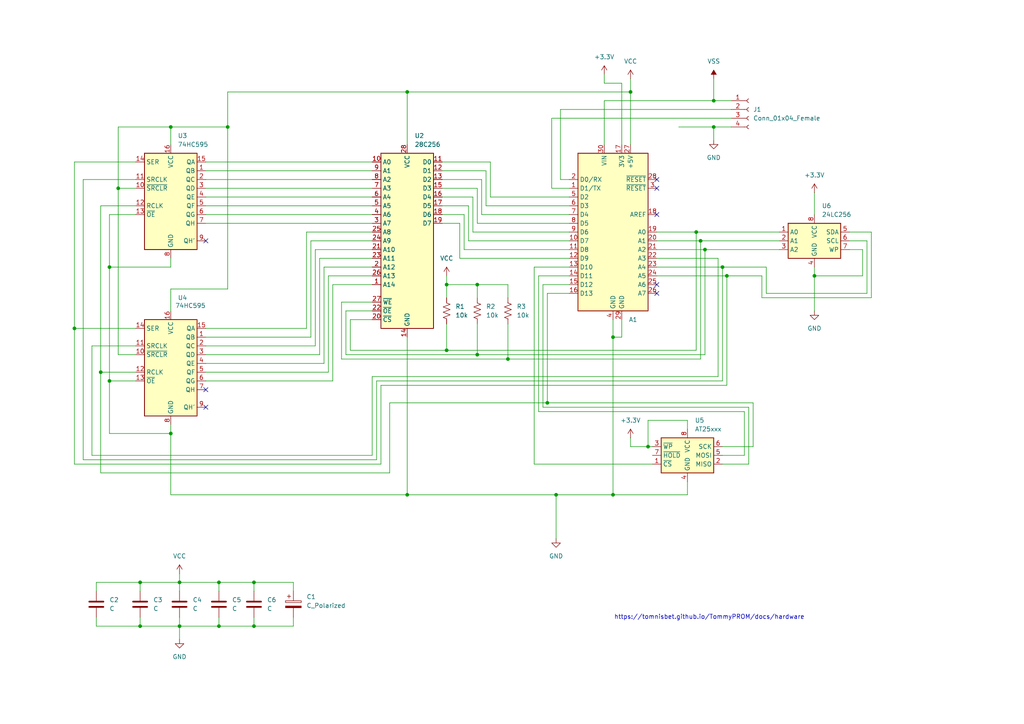
<source format=kicad_sch>
(kicad_sch
	(version 20250114)
	(generator "eeschema")
	(generator_version "9.0")
	(uuid "e63e39d7-6ac0-4ffd-8aa3-1841a4541b55")
	(paper "A4")
	(lib_symbols
		(symbol "74xx:74HC595"
			(exclude_from_sim no)
			(in_bom yes)
			(on_board yes)
			(property "Reference" "U"
				(at -7.62 13.97 0)
				(effects
					(font
						(size 1.27 1.27)
					)
				)
			)
			(property "Value" "74HC595"
				(at -7.62 -16.51 0)
				(effects
					(font
						(size 1.27 1.27)
					)
				)
			)
			(property "Footprint" ""
				(at 0 0 0)
				(effects
					(font
						(size 1.27 1.27)
					)
					(hide yes)
				)
			)
			(property "Datasheet" "http://www.ti.com/lit/ds/symlink/sn74hc595.pdf"
				(at 0 0 0)
				(effects
					(font
						(size 1.27 1.27)
					)
					(hide yes)
				)
			)
			(property "Description" "8-bit serial in/out Shift Register 3-State Outputs"
				(at 0 0 0)
				(effects
					(font
						(size 1.27 1.27)
					)
					(hide yes)
				)
			)
			(property "ki_keywords" "HCMOS SR 3State"
				(at 0 0 0)
				(effects
					(font
						(size 1.27 1.27)
					)
					(hide yes)
				)
			)
			(property "ki_fp_filters" "DIP*W7.62mm* SOIC*3.9x9.9mm*P1.27mm* TSSOP*4.4x5mm*P0.65mm* SOIC*5.3x10.2mm*P1.27mm* SOIC*7.5x10.3mm*P1.27mm*"
				(at 0 0 0)
				(effects
					(font
						(size 1.27 1.27)
					)
					(hide yes)
				)
			)
			(symbol "74HC595_1_0"
				(pin input line
					(at -10.16 10.16 0)
					(length 2.54)
					(name "SER"
						(effects
							(font
								(size 1.27 1.27)
							)
						)
					)
					(number "14"
						(effects
							(font
								(size 1.27 1.27)
							)
						)
					)
				)
				(pin input line
					(at -10.16 5.08 0)
					(length 2.54)
					(name "SRCLK"
						(effects
							(font
								(size 1.27 1.27)
							)
						)
					)
					(number "11"
						(effects
							(font
								(size 1.27 1.27)
							)
						)
					)
				)
				(pin input line
					(at -10.16 2.54 0)
					(length 2.54)
					(name "~{SRCLR}"
						(effects
							(font
								(size 1.27 1.27)
							)
						)
					)
					(number "10"
						(effects
							(font
								(size 1.27 1.27)
							)
						)
					)
				)
				(pin input line
					(at -10.16 -2.54 0)
					(length 2.54)
					(name "RCLK"
						(effects
							(font
								(size 1.27 1.27)
							)
						)
					)
					(number "12"
						(effects
							(font
								(size 1.27 1.27)
							)
						)
					)
				)
				(pin input line
					(at -10.16 -5.08 0)
					(length 2.54)
					(name "~{OE}"
						(effects
							(font
								(size 1.27 1.27)
							)
						)
					)
					(number "13"
						(effects
							(font
								(size 1.27 1.27)
							)
						)
					)
				)
				(pin power_in line
					(at 0 15.24 270)
					(length 2.54)
					(name "VCC"
						(effects
							(font
								(size 1.27 1.27)
							)
						)
					)
					(number "16"
						(effects
							(font
								(size 1.27 1.27)
							)
						)
					)
				)
				(pin power_in line
					(at 0 -17.78 90)
					(length 2.54)
					(name "GND"
						(effects
							(font
								(size 1.27 1.27)
							)
						)
					)
					(number "8"
						(effects
							(font
								(size 1.27 1.27)
							)
						)
					)
				)
				(pin tri_state line
					(at 10.16 10.16 180)
					(length 2.54)
					(name "QA"
						(effects
							(font
								(size 1.27 1.27)
							)
						)
					)
					(number "15"
						(effects
							(font
								(size 1.27 1.27)
							)
						)
					)
				)
				(pin tri_state line
					(at 10.16 7.62 180)
					(length 2.54)
					(name "QB"
						(effects
							(font
								(size 1.27 1.27)
							)
						)
					)
					(number "1"
						(effects
							(font
								(size 1.27 1.27)
							)
						)
					)
				)
				(pin tri_state line
					(at 10.16 5.08 180)
					(length 2.54)
					(name "QC"
						(effects
							(font
								(size 1.27 1.27)
							)
						)
					)
					(number "2"
						(effects
							(font
								(size 1.27 1.27)
							)
						)
					)
				)
				(pin tri_state line
					(at 10.16 2.54 180)
					(length 2.54)
					(name "QD"
						(effects
							(font
								(size 1.27 1.27)
							)
						)
					)
					(number "3"
						(effects
							(font
								(size 1.27 1.27)
							)
						)
					)
				)
				(pin tri_state line
					(at 10.16 0 180)
					(length 2.54)
					(name "QE"
						(effects
							(font
								(size 1.27 1.27)
							)
						)
					)
					(number "4"
						(effects
							(font
								(size 1.27 1.27)
							)
						)
					)
				)
				(pin tri_state line
					(at 10.16 -2.54 180)
					(length 2.54)
					(name "QF"
						(effects
							(font
								(size 1.27 1.27)
							)
						)
					)
					(number "5"
						(effects
							(font
								(size 1.27 1.27)
							)
						)
					)
				)
				(pin tri_state line
					(at 10.16 -5.08 180)
					(length 2.54)
					(name "QG"
						(effects
							(font
								(size 1.27 1.27)
							)
						)
					)
					(number "6"
						(effects
							(font
								(size 1.27 1.27)
							)
						)
					)
				)
				(pin tri_state line
					(at 10.16 -7.62 180)
					(length 2.54)
					(name "QH"
						(effects
							(font
								(size 1.27 1.27)
							)
						)
					)
					(number "7"
						(effects
							(font
								(size 1.27 1.27)
							)
						)
					)
				)
				(pin output line
					(at 10.16 -12.7 180)
					(length 2.54)
					(name "QH'"
						(effects
							(font
								(size 1.27 1.27)
							)
						)
					)
					(number "9"
						(effects
							(font
								(size 1.27 1.27)
							)
						)
					)
				)
			)
			(symbol "74HC595_1_1"
				(rectangle
					(start -7.62 12.7)
					(end 7.62 -15.24)
					(stroke
						(width 0.254)
						(type default)
					)
					(fill
						(type background)
					)
				)
			)
			(embedded_fonts no)
		)
		(symbol "Connector:Conn_01x04_Female"
			(pin_names
				(offset 1.016)
				(hide yes)
			)
			(exclude_from_sim no)
			(in_bom yes)
			(on_board yes)
			(property "Reference" "J"
				(at 0 5.08 0)
				(effects
					(font
						(size 1.27 1.27)
					)
				)
			)
			(property "Value" "Conn_01x04_Female"
				(at 0 -7.62 0)
				(effects
					(font
						(size 1.27 1.27)
					)
				)
			)
			(property "Footprint" ""
				(at 0 0 0)
				(effects
					(font
						(size 1.27 1.27)
					)
					(hide yes)
				)
			)
			(property "Datasheet" "~"
				(at 0 0 0)
				(effects
					(font
						(size 1.27 1.27)
					)
					(hide yes)
				)
			)
			(property "Description" "Generic connector, single row, 01x04, script generated (kicad-library-utils/schlib/autogen/connector/)"
				(at 0 0 0)
				(effects
					(font
						(size 1.27 1.27)
					)
					(hide yes)
				)
			)
			(property "ki_keywords" "connector"
				(at 0 0 0)
				(effects
					(font
						(size 1.27 1.27)
					)
					(hide yes)
				)
			)
			(property "ki_fp_filters" "Connector*:*_1x??_*"
				(at 0 0 0)
				(effects
					(font
						(size 1.27 1.27)
					)
					(hide yes)
				)
			)
			(symbol "Conn_01x04_Female_1_1"
				(polyline
					(pts
						(xy -1.27 2.54) (xy -0.508 2.54)
					)
					(stroke
						(width 0.1524)
						(type default)
					)
					(fill
						(type none)
					)
				)
				(polyline
					(pts
						(xy -1.27 0) (xy -0.508 0)
					)
					(stroke
						(width 0.1524)
						(type default)
					)
					(fill
						(type none)
					)
				)
				(polyline
					(pts
						(xy -1.27 -2.54) (xy -0.508 -2.54)
					)
					(stroke
						(width 0.1524)
						(type default)
					)
					(fill
						(type none)
					)
				)
				(polyline
					(pts
						(xy -1.27 -5.08) (xy -0.508 -5.08)
					)
					(stroke
						(width 0.1524)
						(type default)
					)
					(fill
						(type none)
					)
				)
				(arc
					(start 0 2.032)
					(mid -0.5058 2.54)
					(end 0 3.048)
					(stroke
						(width 0.1524)
						(type default)
					)
					(fill
						(type none)
					)
				)
				(arc
					(start 0 -0.508)
					(mid -0.5058 0)
					(end 0 0.508)
					(stroke
						(width 0.1524)
						(type default)
					)
					(fill
						(type none)
					)
				)
				(arc
					(start 0 -3.048)
					(mid -0.5058 -2.54)
					(end 0 -2.032)
					(stroke
						(width 0.1524)
						(type default)
					)
					(fill
						(type none)
					)
				)
				(arc
					(start 0 -5.588)
					(mid -0.5058 -5.08)
					(end 0 -4.572)
					(stroke
						(width 0.1524)
						(type default)
					)
					(fill
						(type none)
					)
				)
				(pin passive line
					(at -5.08 2.54 0)
					(length 3.81)
					(name "Pin_1"
						(effects
							(font
								(size 1.27 1.27)
							)
						)
					)
					(number "1"
						(effects
							(font
								(size 1.27 1.27)
							)
						)
					)
				)
				(pin passive line
					(at -5.08 0 0)
					(length 3.81)
					(name "Pin_2"
						(effects
							(font
								(size 1.27 1.27)
							)
						)
					)
					(number "2"
						(effects
							(font
								(size 1.27 1.27)
							)
						)
					)
				)
				(pin passive line
					(at -5.08 -2.54 0)
					(length 3.81)
					(name "Pin_3"
						(effects
							(font
								(size 1.27 1.27)
							)
						)
					)
					(number "3"
						(effects
							(font
								(size 1.27 1.27)
							)
						)
					)
				)
				(pin passive line
					(at -5.08 -5.08 0)
					(length 3.81)
					(name "Pin_4"
						(effects
							(font
								(size 1.27 1.27)
							)
						)
					)
					(number "4"
						(effects
							(font
								(size 1.27 1.27)
							)
						)
					)
				)
			)
			(embedded_fonts no)
		)
		(symbol "Device:C"
			(pin_numbers
				(hide yes)
			)
			(pin_names
				(offset 0.254)
			)
			(exclude_from_sim no)
			(in_bom yes)
			(on_board yes)
			(property "Reference" "C"
				(at 0.635 2.54 0)
				(effects
					(font
						(size 1.27 1.27)
					)
					(justify left)
				)
			)
			(property "Value" "C"
				(at 0.635 -2.54 0)
				(effects
					(font
						(size 1.27 1.27)
					)
					(justify left)
				)
			)
			(property "Footprint" ""
				(at 0.9652 -3.81 0)
				(effects
					(font
						(size 1.27 1.27)
					)
					(hide yes)
				)
			)
			(property "Datasheet" "~"
				(at 0 0 0)
				(effects
					(font
						(size 1.27 1.27)
					)
					(hide yes)
				)
			)
			(property "Description" "Unpolarized capacitor"
				(at 0 0 0)
				(effects
					(font
						(size 1.27 1.27)
					)
					(hide yes)
				)
			)
			(property "ki_keywords" "cap capacitor"
				(at 0 0 0)
				(effects
					(font
						(size 1.27 1.27)
					)
					(hide yes)
				)
			)
			(property "ki_fp_filters" "C_*"
				(at 0 0 0)
				(effects
					(font
						(size 1.27 1.27)
					)
					(hide yes)
				)
			)
			(symbol "C_0_1"
				(polyline
					(pts
						(xy -2.032 0.762) (xy 2.032 0.762)
					)
					(stroke
						(width 0.508)
						(type default)
					)
					(fill
						(type none)
					)
				)
				(polyline
					(pts
						(xy -2.032 -0.762) (xy 2.032 -0.762)
					)
					(stroke
						(width 0.508)
						(type default)
					)
					(fill
						(type none)
					)
				)
			)
			(symbol "C_1_1"
				(pin passive line
					(at 0 3.81 270)
					(length 2.794)
					(name "~"
						(effects
							(font
								(size 1.27 1.27)
							)
						)
					)
					(number "1"
						(effects
							(font
								(size 1.27 1.27)
							)
						)
					)
				)
				(pin passive line
					(at 0 -3.81 90)
					(length 2.794)
					(name "~"
						(effects
							(font
								(size 1.27 1.27)
							)
						)
					)
					(number "2"
						(effects
							(font
								(size 1.27 1.27)
							)
						)
					)
				)
			)
			(embedded_fonts no)
		)
		(symbol "Device:C_Polarized"
			(pin_numbers
				(hide yes)
			)
			(pin_names
				(offset 0.254)
			)
			(exclude_from_sim no)
			(in_bom yes)
			(on_board yes)
			(property "Reference" "C"
				(at 0.635 2.54 0)
				(effects
					(font
						(size 1.27 1.27)
					)
					(justify left)
				)
			)
			(property "Value" "C_Polarized"
				(at 0.635 -2.54 0)
				(effects
					(font
						(size 1.27 1.27)
					)
					(justify left)
				)
			)
			(property "Footprint" ""
				(at 0.9652 -3.81 0)
				(effects
					(font
						(size 1.27 1.27)
					)
					(hide yes)
				)
			)
			(property "Datasheet" "~"
				(at 0 0 0)
				(effects
					(font
						(size 1.27 1.27)
					)
					(hide yes)
				)
			)
			(property "Description" "Polarized capacitor"
				(at 0 0 0)
				(effects
					(font
						(size 1.27 1.27)
					)
					(hide yes)
				)
			)
			(property "ki_keywords" "cap capacitor"
				(at 0 0 0)
				(effects
					(font
						(size 1.27 1.27)
					)
					(hide yes)
				)
			)
			(property "ki_fp_filters" "CP_*"
				(at 0 0 0)
				(effects
					(font
						(size 1.27 1.27)
					)
					(hide yes)
				)
			)
			(symbol "C_Polarized_0_1"
				(rectangle
					(start -2.286 0.508)
					(end 2.286 1.016)
					(stroke
						(width 0)
						(type default)
					)
					(fill
						(type none)
					)
				)
				(polyline
					(pts
						(xy -1.778 2.286) (xy -0.762 2.286)
					)
					(stroke
						(width 0)
						(type default)
					)
					(fill
						(type none)
					)
				)
				(polyline
					(pts
						(xy -1.27 2.794) (xy -1.27 1.778)
					)
					(stroke
						(width 0)
						(type default)
					)
					(fill
						(type none)
					)
				)
				(rectangle
					(start 2.286 -0.508)
					(end -2.286 -1.016)
					(stroke
						(width 0)
						(type default)
					)
					(fill
						(type outline)
					)
				)
			)
			(symbol "C_Polarized_1_1"
				(pin passive line
					(at 0 3.81 270)
					(length 2.794)
					(name "~"
						(effects
							(font
								(size 1.27 1.27)
							)
						)
					)
					(number "1"
						(effects
							(font
								(size 1.27 1.27)
							)
						)
					)
				)
				(pin passive line
					(at 0 -3.81 90)
					(length 2.794)
					(name "~"
						(effects
							(font
								(size 1.27 1.27)
							)
						)
					)
					(number "2"
						(effects
							(font
								(size 1.27 1.27)
							)
						)
					)
				)
			)
			(embedded_fonts no)
		)
		(symbol "Device:R_US"
			(pin_numbers
				(hide yes)
			)
			(pin_names
				(offset 0)
			)
			(exclude_from_sim no)
			(in_bom yes)
			(on_board yes)
			(property "Reference" "R"
				(at 2.54 0 90)
				(effects
					(font
						(size 1.27 1.27)
					)
				)
			)
			(property "Value" "R_US"
				(at -2.54 0 90)
				(effects
					(font
						(size 1.27 1.27)
					)
				)
			)
			(property "Footprint" ""
				(at 1.016 -0.254 90)
				(effects
					(font
						(size 1.27 1.27)
					)
					(hide yes)
				)
			)
			(property "Datasheet" "~"
				(at 0 0 0)
				(effects
					(font
						(size 1.27 1.27)
					)
					(hide yes)
				)
			)
			(property "Description" "Resistor, US symbol"
				(at 0 0 0)
				(effects
					(font
						(size 1.27 1.27)
					)
					(hide yes)
				)
			)
			(property "ki_keywords" "R res resistor"
				(at 0 0 0)
				(effects
					(font
						(size 1.27 1.27)
					)
					(hide yes)
				)
			)
			(property "ki_fp_filters" "R_*"
				(at 0 0 0)
				(effects
					(font
						(size 1.27 1.27)
					)
					(hide yes)
				)
			)
			(symbol "R_US_0_1"
				(polyline
					(pts
						(xy 0 2.286) (xy 0 2.54)
					)
					(stroke
						(width 0)
						(type default)
					)
					(fill
						(type none)
					)
				)
				(polyline
					(pts
						(xy 0 2.286) (xy 1.016 1.905) (xy 0 1.524) (xy -1.016 1.143) (xy 0 0.762)
					)
					(stroke
						(width 0)
						(type default)
					)
					(fill
						(type none)
					)
				)
				(polyline
					(pts
						(xy 0 0.762) (xy 1.016 0.381) (xy 0 0) (xy -1.016 -0.381) (xy 0 -0.762)
					)
					(stroke
						(width 0)
						(type default)
					)
					(fill
						(type none)
					)
				)
				(polyline
					(pts
						(xy 0 -0.762) (xy 1.016 -1.143) (xy 0 -1.524) (xy -1.016 -1.905) (xy 0 -2.286)
					)
					(stroke
						(width 0)
						(type default)
					)
					(fill
						(type none)
					)
				)
				(polyline
					(pts
						(xy 0 -2.286) (xy 0 -2.54)
					)
					(stroke
						(width 0)
						(type default)
					)
					(fill
						(type none)
					)
				)
			)
			(symbol "R_US_1_1"
				(pin passive line
					(at 0 3.81 270)
					(length 1.27)
					(name "~"
						(effects
							(font
								(size 1.27 1.27)
							)
						)
					)
					(number "1"
						(effects
							(font
								(size 1.27 1.27)
							)
						)
					)
				)
				(pin passive line
					(at 0 -3.81 90)
					(length 1.27)
					(name "~"
						(effects
							(font
								(size 1.27 1.27)
							)
						)
					)
					(number "2"
						(effects
							(font
								(size 1.27 1.27)
							)
						)
					)
				)
			)
			(embedded_fonts no)
		)
		(symbol "MCU_Module:Arduino_Nano_v2.x"
			(exclude_from_sim no)
			(in_bom yes)
			(on_board yes)
			(property "Reference" "A"
				(at -10.16 23.495 0)
				(effects
					(font
						(size 1.27 1.27)
					)
					(justify left bottom)
				)
			)
			(property "Value" "Arduino_Nano_v2.x"
				(at 5.08 -24.13 0)
				(effects
					(font
						(size 1.27 1.27)
					)
					(justify left top)
				)
			)
			(property "Footprint" "Module:Arduino_Nano"
				(at 0 0 0)
				(effects
					(font
						(size 1.27 1.27)
						(italic yes)
					)
					(hide yes)
				)
			)
			(property "Datasheet" "https://www.arduino.cc/en/uploads/Main/ArduinoNanoManual23.pdf"
				(at 0 0 0)
				(effects
					(font
						(size 1.27 1.27)
					)
					(hide yes)
				)
			)
			(property "Description" "Arduino Nano v2.x"
				(at 0 0 0)
				(effects
					(font
						(size 1.27 1.27)
					)
					(hide yes)
				)
			)
			(property "ki_keywords" "Arduino nano microcontroller module USB"
				(at 0 0 0)
				(effects
					(font
						(size 1.27 1.27)
					)
					(hide yes)
				)
			)
			(property "ki_fp_filters" "Arduino*Nano*"
				(at 0 0 0)
				(effects
					(font
						(size 1.27 1.27)
					)
					(hide yes)
				)
			)
			(symbol "Arduino_Nano_v2.x_0_1"
				(rectangle
					(start -10.16 22.86)
					(end 10.16 -22.86)
					(stroke
						(width 0.254)
						(type default)
					)
					(fill
						(type background)
					)
				)
			)
			(symbol "Arduino_Nano_v2.x_1_1"
				(pin bidirectional line
					(at -12.7 15.24 0)
					(length 2.54)
					(name "D0/RX"
						(effects
							(font
								(size 1.27 1.27)
							)
						)
					)
					(number "2"
						(effects
							(font
								(size 1.27 1.27)
							)
						)
					)
				)
				(pin bidirectional line
					(at -12.7 12.7 0)
					(length 2.54)
					(name "D1/TX"
						(effects
							(font
								(size 1.27 1.27)
							)
						)
					)
					(number "1"
						(effects
							(font
								(size 1.27 1.27)
							)
						)
					)
				)
				(pin bidirectional line
					(at -12.7 10.16 0)
					(length 2.54)
					(name "D2"
						(effects
							(font
								(size 1.27 1.27)
							)
						)
					)
					(number "5"
						(effects
							(font
								(size 1.27 1.27)
							)
						)
					)
				)
				(pin bidirectional line
					(at -12.7 7.62 0)
					(length 2.54)
					(name "D3"
						(effects
							(font
								(size 1.27 1.27)
							)
						)
					)
					(number "6"
						(effects
							(font
								(size 1.27 1.27)
							)
						)
					)
				)
				(pin bidirectional line
					(at -12.7 5.08 0)
					(length 2.54)
					(name "D4"
						(effects
							(font
								(size 1.27 1.27)
							)
						)
					)
					(number "7"
						(effects
							(font
								(size 1.27 1.27)
							)
						)
					)
				)
				(pin bidirectional line
					(at -12.7 2.54 0)
					(length 2.54)
					(name "D5"
						(effects
							(font
								(size 1.27 1.27)
							)
						)
					)
					(number "8"
						(effects
							(font
								(size 1.27 1.27)
							)
						)
					)
				)
				(pin bidirectional line
					(at -12.7 0 0)
					(length 2.54)
					(name "D6"
						(effects
							(font
								(size 1.27 1.27)
							)
						)
					)
					(number "9"
						(effects
							(font
								(size 1.27 1.27)
							)
						)
					)
				)
				(pin bidirectional line
					(at -12.7 -2.54 0)
					(length 2.54)
					(name "D7"
						(effects
							(font
								(size 1.27 1.27)
							)
						)
					)
					(number "10"
						(effects
							(font
								(size 1.27 1.27)
							)
						)
					)
				)
				(pin bidirectional line
					(at -12.7 -5.08 0)
					(length 2.54)
					(name "D8"
						(effects
							(font
								(size 1.27 1.27)
							)
						)
					)
					(number "11"
						(effects
							(font
								(size 1.27 1.27)
							)
						)
					)
				)
				(pin bidirectional line
					(at -12.7 -7.62 0)
					(length 2.54)
					(name "D9"
						(effects
							(font
								(size 1.27 1.27)
							)
						)
					)
					(number "12"
						(effects
							(font
								(size 1.27 1.27)
							)
						)
					)
				)
				(pin bidirectional line
					(at -12.7 -10.16 0)
					(length 2.54)
					(name "D10"
						(effects
							(font
								(size 1.27 1.27)
							)
						)
					)
					(number "13"
						(effects
							(font
								(size 1.27 1.27)
							)
						)
					)
				)
				(pin bidirectional line
					(at -12.7 -12.7 0)
					(length 2.54)
					(name "D11"
						(effects
							(font
								(size 1.27 1.27)
							)
						)
					)
					(number "14"
						(effects
							(font
								(size 1.27 1.27)
							)
						)
					)
				)
				(pin bidirectional line
					(at -12.7 -15.24 0)
					(length 2.54)
					(name "D12"
						(effects
							(font
								(size 1.27 1.27)
							)
						)
					)
					(number "15"
						(effects
							(font
								(size 1.27 1.27)
							)
						)
					)
				)
				(pin bidirectional line
					(at -12.7 -17.78 0)
					(length 2.54)
					(name "D13"
						(effects
							(font
								(size 1.27 1.27)
							)
						)
					)
					(number "16"
						(effects
							(font
								(size 1.27 1.27)
							)
						)
					)
				)
				(pin power_in line
					(at -2.54 25.4 270)
					(length 2.54)
					(name "VIN"
						(effects
							(font
								(size 1.27 1.27)
							)
						)
					)
					(number "30"
						(effects
							(font
								(size 1.27 1.27)
							)
						)
					)
				)
				(pin power_in line
					(at 0 -25.4 90)
					(length 2.54)
					(name "GND"
						(effects
							(font
								(size 1.27 1.27)
							)
						)
					)
					(number "4"
						(effects
							(font
								(size 1.27 1.27)
							)
						)
					)
				)
				(pin power_out line
					(at 2.54 25.4 270)
					(length 2.54)
					(name "3V3"
						(effects
							(font
								(size 1.27 1.27)
							)
						)
					)
					(number "17"
						(effects
							(font
								(size 1.27 1.27)
							)
						)
					)
				)
				(pin power_in line
					(at 2.54 -25.4 90)
					(length 2.54)
					(name "GND"
						(effects
							(font
								(size 1.27 1.27)
							)
						)
					)
					(number "29"
						(effects
							(font
								(size 1.27 1.27)
							)
						)
					)
				)
				(pin power_out line
					(at 5.08 25.4 270)
					(length 2.54)
					(name "+5V"
						(effects
							(font
								(size 1.27 1.27)
							)
						)
					)
					(number "27"
						(effects
							(font
								(size 1.27 1.27)
							)
						)
					)
				)
				(pin input line
					(at 12.7 15.24 180)
					(length 2.54)
					(name "~{RESET}"
						(effects
							(font
								(size 1.27 1.27)
							)
						)
					)
					(number "28"
						(effects
							(font
								(size 1.27 1.27)
							)
						)
					)
				)
				(pin input line
					(at 12.7 12.7 180)
					(length 2.54)
					(name "~{RESET}"
						(effects
							(font
								(size 1.27 1.27)
							)
						)
					)
					(number "3"
						(effects
							(font
								(size 1.27 1.27)
							)
						)
					)
				)
				(pin input line
					(at 12.7 5.08 180)
					(length 2.54)
					(name "AREF"
						(effects
							(font
								(size 1.27 1.27)
							)
						)
					)
					(number "18"
						(effects
							(font
								(size 1.27 1.27)
							)
						)
					)
				)
				(pin bidirectional line
					(at 12.7 0 180)
					(length 2.54)
					(name "A0"
						(effects
							(font
								(size 1.27 1.27)
							)
						)
					)
					(number "19"
						(effects
							(font
								(size 1.27 1.27)
							)
						)
					)
				)
				(pin bidirectional line
					(at 12.7 -2.54 180)
					(length 2.54)
					(name "A1"
						(effects
							(font
								(size 1.27 1.27)
							)
						)
					)
					(number "20"
						(effects
							(font
								(size 1.27 1.27)
							)
						)
					)
				)
				(pin bidirectional line
					(at 12.7 -5.08 180)
					(length 2.54)
					(name "A2"
						(effects
							(font
								(size 1.27 1.27)
							)
						)
					)
					(number "21"
						(effects
							(font
								(size 1.27 1.27)
							)
						)
					)
				)
				(pin bidirectional line
					(at 12.7 -7.62 180)
					(length 2.54)
					(name "A3"
						(effects
							(font
								(size 1.27 1.27)
							)
						)
					)
					(number "22"
						(effects
							(font
								(size 1.27 1.27)
							)
						)
					)
				)
				(pin bidirectional line
					(at 12.7 -10.16 180)
					(length 2.54)
					(name "A4"
						(effects
							(font
								(size 1.27 1.27)
							)
						)
					)
					(number "23"
						(effects
							(font
								(size 1.27 1.27)
							)
						)
					)
				)
				(pin bidirectional line
					(at 12.7 -12.7 180)
					(length 2.54)
					(name "A5"
						(effects
							(font
								(size 1.27 1.27)
							)
						)
					)
					(number "24"
						(effects
							(font
								(size 1.27 1.27)
							)
						)
					)
				)
				(pin bidirectional line
					(at 12.7 -15.24 180)
					(length 2.54)
					(name "A6"
						(effects
							(font
								(size 1.27 1.27)
							)
						)
					)
					(number "25"
						(effects
							(font
								(size 1.27 1.27)
							)
						)
					)
				)
				(pin bidirectional line
					(at 12.7 -17.78 180)
					(length 2.54)
					(name "A7"
						(effects
							(font
								(size 1.27 1.27)
							)
						)
					)
					(number "26"
						(effects
							(font
								(size 1.27 1.27)
							)
						)
					)
				)
			)
			(embedded_fonts no)
		)
		(symbol "Memory_EEPROM:24LC256"
			(exclude_from_sim no)
			(in_bom yes)
			(on_board yes)
			(property "Reference" "U"
				(at -6.35 6.35 0)
				(effects
					(font
						(size 1.27 1.27)
					)
				)
			)
			(property "Value" "24LC256"
				(at 1.27 6.35 0)
				(effects
					(font
						(size 1.27 1.27)
					)
					(justify left)
				)
			)
			(property "Footprint" ""
				(at 0 0 0)
				(effects
					(font
						(size 1.27 1.27)
					)
					(hide yes)
				)
			)
			(property "Datasheet" "http://ww1.microchip.com/downloads/en/devicedoc/21203m.pdf"
				(at 0 0 0)
				(effects
					(font
						(size 1.27 1.27)
					)
					(hide yes)
				)
			)
			(property "Description" "I2C Serial EEPROM, 256Kb, DIP-8/SOIC-8/TSSOP-8/DFN-8"
				(at 0 0 0)
				(effects
					(font
						(size 1.27 1.27)
					)
					(hide yes)
				)
			)
			(property "ki_keywords" "I2C Serial EEPROM"
				(at 0 0 0)
				(effects
					(font
						(size 1.27 1.27)
					)
					(hide yes)
				)
			)
			(property "ki_fp_filters" "DIP*W7.62mm* SOIC*3.9x4.9mm* TSSOP*4.4x3mm*P0.65mm* DFN*3x2mm*P0.5mm*"
				(at 0 0 0)
				(effects
					(font
						(size 1.27 1.27)
					)
					(hide yes)
				)
			)
			(symbol "24LC256_1_1"
				(rectangle
					(start -7.62 5.08)
					(end 7.62 -5.08)
					(stroke
						(width 0.254)
						(type default)
					)
					(fill
						(type background)
					)
				)
				(pin input line
					(at -10.16 2.54 0)
					(length 2.54)
					(name "A0"
						(effects
							(font
								(size 1.27 1.27)
							)
						)
					)
					(number "1"
						(effects
							(font
								(size 1.27 1.27)
							)
						)
					)
				)
				(pin input line
					(at -10.16 0 0)
					(length 2.54)
					(name "A1"
						(effects
							(font
								(size 1.27 1.27)
							)
						)
					)
					(number "2"
						(effects
							(font
								(size 1.27 1.27)
							)
						)
					)
				)
				(pin input line
					(at -10.16 -2.54 0)
					(length 2.54)
					(name "A2"
						(effects
							(font
								(size 1.27 1.27)
							)
						)
					)
					(number "3"
						(effects
							(font
								(size 1.27 1.27)
							)
						)
					)
				)
				(pin power_in line
					(at 0 7.62 270)
					(length 2.54)
					(name "VCC"
						(effects
							(font
								(size 1.27 1.27)
							)
						)
					)
					(number "8"
						(effects
							(font
								(size 1.27 1.27)
							)
						)
					)
				)
				(pin power_in line
					(at 0 -7.62 90)
					(length 2.54)
					(name "GND"
						(effects
							(font
								(size 1.27 1.27)
							)
						)
					)
					(number "4"
						(effects
							(font
								(size 1.27 1.27)
							)
						)
					)
				)
				(pin bidirectional line
					(at 10.16 2.54 180)
					(length 2.54)
					(name "SDA"
						(effects
							(font
								(size 1.27 1.27)
							)
						)
					)
					(number "5"
						(effects
							(font
								(size 1.27 1.27)
							)
						)
					)
				)
				(pin input line
					(at 10.16 0 180)
					(length 2.54)
					(name "SCL"
						(effects
							(font
								(size 1.27 1.27)
							)
						)
					)
					(number "6"
						(effects
							(font
								(size 1.27 1.27)
							)
						)
					)
				)
				(pin input line
					(at 10.16 -2.54 180)
					(length 2.54)
					(name "WP"
						(effects
							(font
								(size 1.27 1.27)
							)
						)
					)
					(number "7"
						(effects
							(font
								(size 1.27 1.27)
							)
						)
					)
				)
			)
			(embedded_fonts no)
		)
		(symbol "Memory_EEPROM:28C256"
			(exclude_from_sim no)
			(in_bom yes)
			(on_board yes)
			(property "Reference" "U"
				(at -7.62 26.67 0)
				(effects
					(font
						(size 1.27 1.27)
					)
				)
			)
			(property "Value" "28C256"
				(at 2.54 -26.67 0)
				(effects
					(font
						(size 1.27 1.27)
					)
					(justify left)
				)
			)
			(property "Footprint" ""
				(at 0 0 0)
				(effects
					(font
						(size 1.27 1.27)
					)
					(hide yes)
				)
			)
			(property "Datasheet" "http://ww1.microchip.com/downloads/en/DeviceDoc/doc0006.pdf"
				(at 0 0 0)
				(effects
					(font
						(size 1.27 1.27)
					)
					(hide yes)
				)
			)
			(property "Description" "Paged Parallel EEPROM 256Kb (32K x 8), DIP-28/SOIC-28"
				(at 0 0 0)
				(effects
					(font
						(size 1.27 1.27)
					)
					(hide yes)
				)
			)
			(property "ki_keywords" "Parallel EEPROM 256Kb"
				(at 0 0 0)
				(effects
					(font
						(size 1.27 1.27)
					)
					(hide yes)
				)
			)
			(property "ki_fp_filters" "DIP*W15.24mm* SOIC*7.5x17.9mm*P1.27mm*"
				(at 0 0 0)
				(effects
					(font
						(size 1.27 1.27)
					)
					(hide yes)
				)
			)
			(symbol "28C256_1_1"
				(rectangle
					(start -7.62 25.4)
					(end 7.62 -25.4)
					(stroke
						(width 0.254)
						(type default)
					)
					(fill
						(type background)
					)
				)
				(pin input line
					(at -10.16 22.86 0)
					(length 2.54)
					(name "A0"
						(effects
							(font
								(size 1.27 1.27)
							)
						)
					)
					(number "10"
						(effects
							(font
								(size 1.27 1.27)
							)
						)
					)
				)
				(pin input line
					(at -10.16 20.32 0)
					(length 2.54)
					(name "A1"
						(effects
							(font
								(size 1.27 1.27)
							)
						)
					)
					(number "9"
						(effects
							(font
								(size 1.27 1.27)
							)
						)
					)
				)
				(pin input line
					(at -10.16 17.78 0)
					(length 2.54)
					(name "A2"
						(effects
							(font
								(size 1.27 1.27)
							)
						)
					)
					(number "8"
						(effects
							(font
								(size 1.27 1.27)
							)
						)
					)
				)
				(pin input line
					(at -10.16 15.24 0)
					(length 2.54)
					(name "A3"
						(effects
							(font
								(size 1.27 1.27)
							)
						)
					)
					(number "7"
						(effects
							(font
								(size 1.27 1.27)
							)
						)
					)
				)
				(pin input line
					(at -10.16 12.7 0)
					(length 2.54)
					(name "A4"
						(effects
							(font
								(size 1.27 1.27)
							)
						)
					)
					(number "6"
						(effects
							(font
								(size 1.27 1.27)
							)
						)
					)
				)
				(pin input line
					(at -10.16 10.16 0)
					(length 2.54)
					(name "A5"
						(effects
							(font
								(size 1.27 1.27)
							)
						)
					)
					(number "5"
						(effects
							(font
								(size 1.27 1.27)
							)
						)
					)
				)
				(pin input line
					(at -10.16 7.62 0)
					(length 2.54)
					(name "A6"
						(effects
							(font
								(size 1.27 1.27)
							)
						)
					)
					(number "4"
						(effects
							(font
								(size 1.27 1.27)
							)
						)
					)
				)
				(pin input line
					(at -10.16 5.08 0)
					(length 2.54)
					(name "A7"
						(effects
							(font
								(size 1.27 1.27)
							)
						)
					)
					(number "3"
						(effects
							(font
								(size 1.27 1.27)
							)
						)
					)
				)
				(pin input line
					(at -10.16 2.54 0)
					(length 2.54)
					(name "A8"
						(effects
							(font
								(size 1.27 1.27)
							)
						)
					)
					(number "25"
						(effects
							(font
								(size 1.27 1.27)
							)
						)
					)
				)
				(pin input line
					(at -10.16 0 0)
					(length 2.54)
					(name "A9"
						(effects
							(font
								(size 1.27 1.27)
							)
						)
					)
					(number "24"
						(effects
							(font
								(size 1.27 1.27)
							)
						)
					)
				)
				(pin input line
					(at -10.16 -2.54 0)
					(length 2.54)
					(name "A10"
						(effects
							(font
								(size 1.27 1.27)
							)
						)
					)
					(number "21"
						(effects
							(font
								(size 1.27 1.27)
							)
						)
					)
				)
				(pin input line
					(at -10.16 -5.08 0)
					(length 2.54)
					(name "A11"
						(effects
							(font
								(size 1.27 1.27)
							)
						)
					)
					(number "23"
						(effects
							(font
								(size 1.27 1.27)
							)
						)
					)
				)
				(pin input line
					(at -10.16 -7.62 0)
					(length 2.54)
					(name "A12"
						(effects
							(font
								(size 1.27 1.27)
							)
						)
					)
					(number "2"
						(effects
							(font
								(size 1.27 1.27)
							)
						)
					)
				)
				(pin input line
					(at -10.16 -10.16 0)
					(length 2.54)
					(name "A13"
						(effects
							(font
								(size 1.27 1.27)
							)
						)
					)
					(number "26"
						(effects
							(font
								(size 1.27 1.27)
							)
						)
					)
				)
				(pin input line
					(at -10.16 -12.7 0)
					(length 2.54)
					(name "A14"
						(effects
							(font
								(size 1.27 1.27)
							)
						)
					)
					(number "1"
						(effects
							(font
								(size 1.27 1.27)
							)
						)
					)
				)
				(pin input line
					(at -10.16 -17.78 0)
					(length 2.54)
					(name "~{WE}"
						(effects
							(font
								(size 1.27 1.27)
							)
						)
					)
					(number "27"
						(effects
							(font
								(size 1.27 1.27)
							)
						)
					)
				)
				(pin input line
					(at -10.16 -20.32 0)
					(length 2.54)
					(name "~{OE}"
						(effects
							(font
								(size 1.27 1.27)
							)
						)
					)
					(number "22"
						(effects
							(font
								(size 1.27 1.27)
							)
						)
					)
				)
				(pin input line
					(at -10.16 -22.86 0)
					(length 2.54)
					(name "~{CS}"
						(effects
							(font
								(size 1.27 1.27)
							)
						)
					)
					(number "20"
						(effects
							(font
								(size 1.27 1.27)
							)
						)
					)
				)
				(pin power_in line
					(at 0 27.94 270)
					(length 2.54)
					(name "VCC"
						(effects
							(font
								(size 1.27 1.27)
							)
						)
					)
					(number "28"
						(effects
							(font
								(size 1.27 1.27)
							)
						)
					)
				)
				(pin power_in line
					(at 0 -27.94 90)
					(length 2.54)
					(name "GND"
						(effects
							(font
								(size 1.27 1.27)
							)
						)
					)
					(number "14"
						(effects
							(font
								(size 1.27 1.27)
							)
						)
					)
				)
				(pin tri_state line
					(at 10.16 22.86 180)
					(length 2.54)
					(name "D0"
						(effects
							(font
								(size 1.27 1.27)
							)
						)
					)
					(number "11"
						(effects
							(font
								(size 1.27 1.27)
							)
						)
					)
				)
				(pin tri_state line
					(at 10.16 20.32 180)
					(length 2.54)
					(name "D1"
						(effects
							(font
								(size 1.27 1.27)
							)
						)
					)
					(number "12"
						(effects
							(font
								(size 1.27 1.27)
							)
						)
					)
				)
				(pin tri_state line
					(at 10.16 17.78 180)
					(length 2.54)
					(name "D2"
						(effects
							(font
								(size 1.27 1.27)
							)
						)
					)
					(number "13"
						(effects
							(font
								(size 1.27 1.27)
							)
						)
					)
				)
				(pin tri_state line
					(at 10.16 15.24 180)
					(length 2.54)
					(name "D3"
						(effects
							(font
								(size 1.27 1.27)
							)
						)
					)
					(number "15"
						(effects
							(font
								(size 1.27 1.27)
							)
						)
					)
				)
				(pin tri_state line
					(at 10.16 12.7 180)
					(length 2.54)
					(name "D4"
						(effects
							(font
								(size 1.27 1.27)
							)
						)
					)
					(number "16"
						(effects
							(font
								(size 1.27 1.27)
							)
						)
					)
				)
				(pin tri_state line
					(at 10.16 10.16 180)
					(length 2.54)
					(name "D5"
						(effects
							(font
								(size 1.27 1.27)
							)
						)
					)
					(number "17"
						(effects
							(font
								(size 1.27 1.27)
							)
						)
					)
				)
				(pin tri_state line
					(at 10.16 7.62 180)
					(length 2.54)
					(name "D6"
						(effects
							(font
								(size 1.27 1.27)
							)
						)
					)
					(number "18"
						(effects
							(font
								(size 1.27 1.27)
							)
						)
					)
				)
				(pin tri_state line
					(at 10.16 5.08 180)
					(length 2.54)
					(name "D7"
						(effects
							(font
								(size 1.27 1.27)
							)
						)
					)
					(number "19"
						(effects
							(font
								(size 1.27 1.27)
							)
						)
					)
				)
			)
			(embedded_fonts no)
		)
		(symbol "Memory_EEPROM:AT25xxx"
			(exclude_from_sim no)
			(in_bom yes)
			(on_board yes)
			(property "Reference" "U"
				(at -7.62 6.35 0)
				(effects
					(font
						(size 1.27 1.27)
					)
				)
			)
			(property "Value" "AT25xxx"
				(at 2.54 -6.35 0)
				(effects
					(font
						(size 1.27 1.27)
					)
					(justify left)
				)
			)
			(property "Footprint" ""
				(at 0 0 0)
				(effects
					(font
						(size 1.27 1.27)
					)
					(hide yes)
				)
			)
			(property "Datasheet" "http://ww1.microchip.com/downloads/en/DeviceDoc/Atmel-8707-SEEPROM-AT25010B-020B-040B-Datasheet.pdf"
				(at 0 0 0)
				(effects
					(font
						(size 1.27 1.27)
					)
					(hide yes)
				)
			)
			(property "Description" "Microchip SPI Serial EEPROM, DIP-8/SOIC-8/TSSOP-8"
				(at 0 0 0)
				(effects
					(font
						(size 1.27 1.27)
					)
					(hide yes)
				)
			)
			(property "ki_keywords" "EEPROM memory SPI serial"
				(at 0 0 0)
				(effects
					(font
						(size 1.27 1.27)
					)
					(hide yes)
				)
			)
			(property "ki_fp_filters" "DIP*W7.62mm* SOIC*3.9x4.9mm* TSSOP*4.4x3mm*P0.65mm*"
				(at 0 0 0)
				(effects
					(font
						(size 1.27 1.27)
					)
					(hide yes)
				)
			)
			(symbol "AT25xxx_1_1"
				(rectangle
					(start -7.62 5.08)
					(end 7.62 -5.08)
					(stroke
						(width 0.254)
						(type default)
					)
					(fill
						(type background)
					)
				)
				(pin input line
					(at -10.16 2.54 0)
					(length 2.54)
					(name "~{WP}"
						(effects
							(font
								(size 1.27 1.27)
							)
						)
					)
					(number "3"
						(effects
							(font
								(size 1.27 1.27)
							)
						)
					)
				)
				(pin input line
					(at -10.16 0 0)
					(length 2.54)
					(name "~{HOLD}"
						(effects
							(font
								(size 1.27 1.27)
							)
						)
					)
					(number "7"
						(effects
							(font
								(size 1.27 1.27)
							)
						)
					)
				)
				(pin input line
					(at -10.16 -2.54 0)
					(length 2.54)
					(name "~{CS}"
						(effects
							(font
								(size 1.27 1.27)
							)
						)
					)
					(number "1"
						(effects
							(font
								(size 1.27 1.27)
							)
						)
					)
				)
				(pin power_in line
					(at 0 7.62 270)
					(length 2.54)
					(name "VCC"
						(effects
							(font
								(size 1.27 1.27)
							)
						)
					)
					(number "8"
						(effects
							(font
								(size 1.27 1.27)
							)
						)
					)
				)
				(pin power_in line
					(at 0 -7.62 90)
					(length 2.54)
					(name "GND"
						(effects
							(font
								(size 1.27 1.27)
							)
						)
					)
					(number "4"
						(effects
							(font
								(size 1.27 1.27)
							)
						)
					)
				)
				(pin input line
					(at 10.16 2.54 180)
					(length 2.54)
					(name "SCK"
						(effects
							(font
								(size 1.27 1.27)
							)
						)
					)
					(number "6"
						(effects
							(font
								(size 1.27 1.27)
							)
						)
					)
				)
				(pin input line
					(at 10.16 0 180)
					(length 2.54)
					(name "MOSI"
						(effects
							(font
								(size 1.27 1.27)
							)
						)
					)
					(number "5"
						(effects
							(font
								(size 1.27 1.27)
							)
						)
					)
				)
				(pin tri_state line
					(at 10.16 -2.54 180)
					(length 2.54)
					(name "MISO"
						(effects
							(font
								(size 1.27 1.27)
							)
						)
					)
					(number "2"
						(effects
							(font
								(size 1.27 1.27)
							)
						)
					)
				)
			)
			(embedded_fonts no)
		)
		(symbol "power:+3.3V"
			(power)
			(pin_numbers
				(hide yes)
			)
			(pin_names
				(offset 0)
				(hide yes)
			)
			(exclude_from_sim no)
			(in_bom yes)
			(on_board yes)
			(property "Reference" "#PWR"
				(at 0 -3.81 0)
				(effects
					(font
						(size 1.27 1.27)
					)
					(hide yes)
				)
			)
			(property "Value" "+3.3V"
				(at 0 3.556 0)
				(effects
					(font
						(size 1.27 1.27)
					)
				)
			)
			(property "Footprint" ""
				(at 0 0 0)
				(effects
					(font
						(size 1.27 1.27)
					)
					(hide yes)
				)
			)
			(property "Datasheet" ""
				(at 0 0 0)
				(effects
					(font
						(size 1.27 1.27)
					)
					(hide yes)
				)
			)
			(property "Description" "Power symbol creates a global label with name \"+3.3V\""
				(at 0 0 0)
				(effects
					(font
						(size 1.27 1.27)
					)
					(hide yes)
				)
			)
			(property "ki_keywords" "global power"
				(at 0 0 0)
				(effects
					(font
						(size 1.27 1.27)
					)
					(hide yes)
				)
			)
			(symbol "+3.3V_0_1"
				(polyline
					(pts
						(xy -0.762 1.27) (xy 0 2.54)
					)
					(stroke
						(width 0)
						(type default)
					)
					(fill
						(type none)
					)
				)
				(polyline
					(pts
						(xy 0 2.54) (xy 0.762 1.27)
					)
					(stroke
						(width 0)
						(type default)
					)
					(fill
						(type none)
					)
				)
				(polyline
					(pts
						(xy 0 0) (xy 0 2.54)
					)
					(stroke
						(width 0)
						(type default)
					)
					(fill
						(type none)
					)
				)
			)
			(symbol "+3.3V_1_1"
				(pin power_in line
					(at 0 0 90)
					(length 0)
					(name "~"
						(effects
							(font
								(size 1.27 1.27)
							)
						)
					)
					(number "1"
						(effects
							(font
								(size 1.27 1.27)
							)
						)
					)
				)
			)
			(embedded_fonts no)
		)
		(symbol "power:GND"
			(power)
			(pin_names
				(offset 0)
			)
			(exclude_from_sim no)
			(in_bom yes)
			(on_board yes)
			(property "Reference" "#PWR"
				(at 0 -6.35 0)
				(effects
					(font
						(size 1.27 1.27)
					)
					(hide yes)
				)
			)
			(property "Value" "GND"
				(at 0 -3.81 0)
				(effects
					(font
						(size 1.27 1.27)
					)
				)
			)
			(property "Footprint" ""
				(at 0 0 0)
				(effects
					(font
						(size 1.27 1.27)
					)
					(hide yes)
				)
			)
			(property "Datasheet" ""
				(at 0 0 0)
				(effects
					(font
						(size 1.27 1.27)
					)
					(hide yes)
				)
			)
			(property "Description" "Power symbol creates a global label with name \"GND\" , ground"
				(at 0 0 0)
				(effects
					(font
						(size 1.27 1.27)
					)
					(hide yes)
				)
			)
			(property "ki_keywords" "power-flag"
				(at 0 0 0)
				(effects
					(font
						(size 1.27 1.27)
					)
					(hide yes)
				)
			)
			(symbol "GND_0_1"
				(polyline
					(pts
						(xy 0 0) (xy 0 -1.27) (xy 1.27 -1.27) (xy 0 -2.54) (xy -1.27 -1.27) (xy 0 -1.27)
					)
					(stroke
						(width 0)
						(type default)
					)
					(fill
						(type none)
					)
				)
			)
			(symbol "GND_1_1"
				(pin power_in line
					(at 0 0 270)
					(length 0)
					(hide yes)
					(name "GND"
						(effects
							(font
								(size 1.27 1.27)
							)
						)
					)
					(number "1"
						(effects
							(font
								(size 1.27 1.27)
							)
						)
					)
				)
			)
			(embedded_fonts no)
		)
		(symbol "power:VCC"
			(power)
			(pin_names
				(offset 0)
			)
			(exclude_from_sim no)
			(in_bom yes)
			(on_board yes)
			(property "Reference" "#PWR"
				(at 0 -3.81 0)
				(effects
					(font
						(size 1.27 1.27)
					)
					(hide yes)
				)
			)
			(property "Value" "VCC"
				(at 0 3.81 0)
				(effects
					(font
						(size 1.27 1.27)
					)
				)
			)
			(property "Footprint" ""
				(at 0 0 0)
				(effects
					(font
						(size 1.27 1.27)
					)
					(hide yes)
				)
			)
			(property "Datasheet" ""
				(at 0 0 0)
				(effects
					(font
						(size 1.27 1.27)
					)
					(hide yes)
				)
			)
			(property "Description" "Power symbol creates a global label with name \"VCC\""
				(at 0 0 0)
				(effects
					(font
						(size 1.27 1.27)
					)
					(hide yes)
				)
			)
			(property "ki_keywords" "power-flag"
				(at 0 0 0)
				(effects
					(font
						(size 1.27 1.27)
					)
					(hide yes)
				)
			)
			(symbol "VCC_0_1"
				(polyline
					(pts
						(xy -0.762 1.27) (xy 0 2.54)
					)
					(stroke
						(width 0)
						(type default)
					)
					(fill
						(type none)
					)
				)
				(polyline
					(pts
						(xy 0 2.54) (xy 0.762 1.27)
					)
					(stroke
						(width 0)
						(type default)
					)
					(fill
						(type none)
					)
				)
				(polyline
					(pts
						(xy 0 0) (xy 0 2.54)
					)
					(stroke
						(width 0)
						(type default)
					)
					(fill
						(type none)
					)
				)
			)
			(symbol "VCC_1_1"
				(pin power_in line
					(at 0 0 90)
					(length 0)
					(hide yes)
					(name "VCC"
						(effects
							(font
								(size 1.27 1.27)
							)
						)
					)
					(number "1"
						(effects
							(font
								(size 1.27 1.27)
							)
						)
					)
				)
			)
			(embedded_fonts no)
		)
		(symbol "power:VSS"
			(power)
			(pin_names
				(offset 0)
			)
			(exclude_from_sim no)
			(in_bom yes)
			(on_board yes)
			(property "Reference" "#PWR"
				(at 0 -3.81 0)
				(effects
					(font
						(size 1.27 1.27)
					)
					(hide yes)
				)
			)
			(property "Value" "VSS"
				(at 0 3.81 0)
				(effects
					(font
						(size 1.27 1.27)
					)
				)
			)
			(property "Footprint" ""
				(at 0 0 0)
				(effects
					(font
						(size 1.27 1.27)
					)
					(hide yes)
				)
			)
			(property "Datasheet" ""
				(at 0 0 0)
				(effects
					(font
						(size 1.27 1.27)
					)
					(hide yes)
				)
			)
			(property "Description" "Power symbol creates a global label with name \"VSS\""
				(at 0 0 0)
				(effects
					(font
						(size 1.27 1.27)
					)
					(hide yes)
				)
			)
			(property "ki_keywords" "power-flag"
				(at 0 0 0)
				(effects
					(font
						(size 1.27 1.27)
					)
					(hide yes)
				)
			)
			(symbol "VSS_0_1"
				(polyline
					(pts
						(xy 0 0) (xy 0 2.54)
					)
					(stroke
						(width 0)
						(type default)
					)
					(fill
						(type none)
					)
				)
				(polyline
					(pts
						(xy 0.762 1.27) (xy -0.762 1.27) (xy 0 2.54) (xy 0.762 1.27)
					)
					(stroke
						(width 0)
						(type default)
					)
					(fill
						(type outline)
					)
				)
			)
			(symbol "VSS_1_1"
				(pin power_in line
					(at 0 0 90)
					(length 0)
					(hide yes)
					(name "VSS"
						(effects
							(font
								(size 1.27 1.27)
							)
						)
					)
					(number "1"
						(effects
							(font
								(size 1.27 1.27)
							)
						)
					)
				)
			)
			(embedded_fonts no)
		)
	)
	(text "https://tomnisbet.github.io/TommyPROM/docs/hardware"
		(exclude_from_sim no)
		(at 205.74 179.07 0)
		(effects
			(font
				(size 1.27 1.27)
			)
		)
		(uuid "251b4d8b-e941-42a9-a646-4d50fc665f25")
	)
	(junction
		(at 73.66 168.91)
		(diameter 0)
		(color 0 0 0 0)
		(uuid "00f389ee-0036-46b5-9dc0-ea993b9eb67a")
	)
	(junction
		(at 52.07 168.91)
		(diameter 0)
		(color 0 0 0 0)
		(uuid "0797d542-564f-40aa-9108-71ca18528046")
	)
	(junction
		(at 207.01 29.21)
		(diameter 0)
		(color 0 0 0 0)
		(uuid "0a982e21-0e98-4ad0-bd82-110ae43f24cf")
	)
	(junction
		(at 31.75 77.47)
		(diameter 0)
		(color 0 0 0 0)
		(uuid "1ea4a313-54ab-4d1f-ba59-b105eea5240c")
	)
	(junction
		(at 147.32 104.14)
		(diameter 0)
		(color 0 0 0 0)
		(uuid "200262a7-3576-4960-812e-5e5af5f93317")
	)
	(junction
		(at 34.29 54.61)
		(diameter 0)
		(color 0 0 0 0)
		(uuid "210c95c4-83cc-444c-9edb-5543c8e5fc1e")
	)
	(junction
		(at 21.59 95.25)
		(diameter 0)
		(color 0 0 0 0)
		(uuid "272a9a6b-3221-4aad-865e-76972b8169e2")
	)
	(junction
		(at 187.96 129.54)
		(diameter 0)
		(color 0 0 0 0)
		(uuid "29733f06-049c-45a8-a844-4ad9853805dd")
	)
	(junction
		(at 29.21 107.95)
		(diameter 0)
		(color 0 0 0 0)
		(uuid "2ba864f9-0bd8-424a-ab5b-c06babe166ca")
	)
	(junction
		(at 177.8 143.51)
		(diameter 0)
		(color 0 0 0 0)
		(uuid "2f25e020-998b-4294-a737-7e5b33ab2043")
	)
	(junction
		(at 210.82 80.01)
		(diameter 0)
		(color 0 0 0 0)
		(uuid "3610e3af-35ae-4f63-887a-3b10461aa611")
	)
	(junction
		(at 31.75 110.49)
		(diameter 0)
		(color 0 0 0 0)
		(uuid "3d671cd9-f84d-4c67-81ac-ced3d7542006")
	)
	(junction
		(at 201.93 67.31)
		(diameter 0)
		(color 0 0 0 0)
		(uuid "48c2ed1d-0eb8-43c3-9d21-9af660ac74d8")
	)
	(junction
		(at 118.11 26.67)
		(diameter 0)
		(color 0 0 0 0)
		(uuid "50a34b24-6f6c-4de0-b450-5a4fce66c524")
	)
	(junction
		(at 236.22 80.01)
		(diameter 0)
		(color 0 0 0 0)
		(uuid "53d91d42-e78b-417e-8caf-79adc8e9f488")
	)
	(junction
		(at 161.29 143.51)
		(diameter 0)
		(color 0 0 0 0)
		(uuid "54c0b863-89a9-4e0a-a569-43018a8a9221")
	)
	(junction
		(at 49.53 125.73)
		(diameter 0)
		(color 0 0 0 0)
		(uuid "566e7325-01e0-42a4-afe5-9df46c9979ac")
	)
	(junction
		(at 138.43 102.87)
		(diameter 0)
		(color 0 0 0 0)
		(uuid "69d0afc4-9a0c-4e75-b5ba-325fdf673fb7")
	)
	(junction
		(at 40.64 181.61)
		(diameter 0)
		(color 0 0 0 0)
		(uuid "738285fc-07eb-45f4-875f-3d1748778ae3")
	)
	(junction
		(at 40.64 168.91)
		(diameter 0)
		(color 0 0 0 0)
		(uuid "7ff03388-f5ed-4ed4-bfe3-36be2ed025dc")
	)
	(junction
		(at 207.01 36.83)
		(diameter 0)
		(color 0 0 0 0)
		(uuid "809b09e6-2de6-47a0-a8ac-681588302b61")
	)
	(junction
		(at 129.54 82.55)
		(diameter 0)
		(color 0 0 0 0)
		(uuid "82afe7e4-d789-46e2-b61d-2f882030e6e0")
	)
	(junction
		(at 63.5 168.91)
		(diameter 0)
		(color 0 0 0 0)
		(uuid "83aad67f-791e-40cc-8ca8-40d86a926577")
	)
	(junction
		(at 73.66 181.61)
		(diameter 0)
		(color 0 0 0 0)
		(uuid "96934911-9614-44eb-9419-73b8da00c10d")
	)
	(junction
		(at 158.75 116.84)
		(diameter 0)
		(color 0 0 0 0)
		(uuid "9fcb2b7f-c6f1-44aa-92cc-65c3773bbf57")
	)
	(junction
		(at 63.5 181.61)
		(diameter 0)
		(color 0 0 0 0)
		(uuid "9fd6e14b-107b-4fd0-afbd-f3c37fcadf4d")
	)
	(junction
		(at 118.11 143.51)
		(diameter 0)
		(color 0 0 0 0)
		(uuid "a7fb05af-b308-44cf-a151-59dd2f7ce745")
	)
	(junction
		(at 129.54 101.6)
		(diameter 0)
		(color 0 0 0 0)
		(uuid "a80e35a4-222b-42db-b1eb-818a5de2c6af")
	)
	(junction
		(at 49.53 36.83)
		(diameter 0)
		(color 0 0 0 0)
		(uuid "b0d14e41-7ddb-434a-bd2f-68332727a58c")
	)
	(junction
		(at 138.43 82.55)
		(diameter 0)
		(color 0 0 0 0)
		(uuid "b1846fe9-335b-40d2-a91b-2d3e1899748d")
	)
	(junction
		(at 66.04 36.83)
		(diameter 0)
		(color 0 0 0 0)
		(uuid "ba57d70b-c4d9-4649-a355-09f9091bc4e2")
	)
	(junction
		(at 52.07 181.61)
		(diameter 0)
		(color 0 0 0 0)
		(uuid "cfb73aa0-3336-43d2-82d3-94491dfe0bff")
	)
	(junction
		(at 204.47 72.39)
		(diameter 0)
		(color 0 0 0 0)
		(uuid "d7db646d-ccf8-4d20-84df-690af7ba0bbd")
	)
	(junction
		(at 182.88 26.67)
		(diameter 0)
		(color 0 0 0 0)
		(uuid "def30952-5253-4d68-a127-9f9c40d6319c")
	)
	(junction
		(at 203.2 69.85)
		(diameter 0)
		(color 0 0 0 0)
		(uuid "e26c2b41-9734-40e6-ac73-5daaad52e40a")
	)
	(junction
		(at 177.8 97.79)
		(diameter 0)
		(color 0 0 0 0)
		(uuid "e8025958-003a-402b-ade9-1f730acc0c6c")
	)
	(junction
		(at 209.55 77.47)
		(diameter 0)
		(color 0 0 0 0)
		(uuid "eaf0d320-299e-4cef-9f44-5811bb35f859")
	)
	(no_connect
		(at 59.69 69.85)
		(uuid "09e0149a-1ac7-41fc-b78b-7dd84a9695f5")
	)
	(no_connect
		(at 190.5 52.07)
		(uuid "0ecf1d2d-9721-4b95-b5c0-a8cc9f80cc6a")
	)
	(no_connect
		(at 59.69 113.03)
		(uuid "542b1b33-d14d-4cb4-a1b4-f0c87feefcb6")
	)
	(no_connect
		(at 190.5 85.09)
		(uuid "b4da450b-2706-479a-b9d6-9ccc3e375751")
	)
	(no_connect
		(at 190.5 54.61)
		(uuid "c6afe70b-a932-42e1-9015-d65950db0f8d")
	)
	(no_connect
		(at 59.69 118.11)
		(uuid "d69ff58c-2fa2-45ad-b2c9-19d695ded56d")
	)
	(no_connect
		(at 190.5 62.23)
		(uuid "d69ff58c-2fa2-45ad-b2c9-19d695ded56e")
	)
	(no_connect
		(at 190.5 82.55)
		(uuid "f79f194f-d0a3-4583-8a78-69665c024491")
	)
	(wire
		(pts
			(xy 218.44 116.84) (xy 218.44 129.54)
		)
		(stroke
			(width 0)
			(type default)
		)
		(uuid "01035254-d3f6-4f75-a194-114ab3e5dbe8")
	)
	(wire
		(pts
			(xy 109.22 110.49) (xy 209.55 110.49)
		)
		(stroke
			(width 0)
			(type default)
		)
		(uuid "0241d770-0bac-4504-8d5d-2aa0eae70cf5")
	)
	(wire
		(pts
			(xy 29.21 59.69) (xy 29.21 107.95)
		)
		(stroke
			(width 0)
			(type default)
		)
		(uuid "02517552-cf38-4197-a859-d70d7f684736")
	)
	(wire
		(pts
			(xy 66.04 26.67) (xy 66.04 36.83)
		)
		(stroke
			(width 0)
			(type default)
		)
		(uuid "02fae854-454e-4268-bfef-4b90c04f16f8")
	)
	(wire
		(pts
			(xy 52.07 181.61) (xy 40.64 181.61)
		)
		(stroke
			(width 0)
			(type default)
		)
		(uuid "0376add4-2569-4aff-b9d6-d7708cbfbd0c")
	)
	(wire
		(pts
			(xy 59.69 64.77) (xy 107.95 64.77)
		)
		(stroke
			(width 0)
			(type default)
		)
		(uuid "06be995a-e145-4973-bebf-9b59708c6fe8")
	)
	(wire
		(pts
			(xy 101.6 92.71) (xy 107.95 92.71)
		)
		(stroke
			(width 0)
			(type default)
		)
		(uuid "06e7b4a5-f514-4a70-a4d0-77e318fd9464")
	)
	(wire
		(pts
			(xy 154.94 134.62) (xy 189.23 134.62)
		)
		(stroke
			(width 0)
			(type default)
		)
		(uuid "0874feda-3056-4e77-91df-00900de4e0e6")
	)
	(wire
		(pts
			(xy 236.22 77.47) (xy 236.22 80.01)
		)
		(stroke
			(width 0)
			(type default)
		)
		(uuid "0897da24-9939-4d1f-8a07-d2f836479f08")
	)
	(wire
		(pts
			(xy 147.32 82.55) (xy 138.43 82.55)
		)
		(stroke
			(width 0)
			(type default)
		)
		(uuid "08c1255b-111d-4943-b324-98b6bd9deec0")
	)
	(wire
		(pts
			(xy 203.2 104.14) (xy 203.2 69.85)
		)
		(stroke
			(width 0)
			(type default)
		)
		(uuid "09ab2d7b-3e24-44f8-9115-04a9461f748f")
	)
	(wire
		(pts
			(xy 31.75 125.73) (xy 49.53 125.73)
		)
		(stroke
			(width 0)
			(type default)
		)
		(uuid "09dc8a24-f6f6-4300-8cfe-7e5450e99a0f")
	)
	(wire
		(pts
			(xy 66.04 36.83) (xy 66.04 83.82)
		)
		(stroke
			(width 0)
			(type default)
		)
		(uuid "0a6d373c-80f9-40d3-a053-f07ac66834d1")
	)
	(wire
		(pts
			(xy 49.53 143.51) (xy 118.11 143.51)
		)
		(stroke
			(width 0)
			(type default)
		)
		(uuid "0ee2b144-51c8-4932-8e64-40a18d061dac")
	)
	(wire
		(pts
			(xy 182.88 129.54) (xy 187.96 129.54)
		)
		(stroke
			(width 0)
			(type default)
		)
		(uuid "0f799944-5d4c-47a7-adfc-6ab5ef963dcf")
	)
	(wire
		(pts
			(xy 199.39 124.46) (xy 199.39 121.92)
		)
		(stroke
			(width 0)
			(type default)
		)
		(uuid "10d772dd-3934-4220-a754-3be93ba978c6")
	)
	(wire
		(pts
			(xy 49.53 36.83) (xy 66.04 36.83)
		)
		(stroke
			(width 0)
			(type default)
		)
		(uuid "1105770b-a310-4759-9483-526230f1c1e8")
	)
	(wire
		(pts
			(xy 177.8 97.79) (xy 180.34 97.79)
		)
		(stroke
			(width 0)
			(type default)
		)
		(uuid "1559f894-1b08-48cb-9d8c-6ee2dc75b04b")
	)
	(wire
		(pts
			(xy 161.29 143.51) (xy 161.29 156.21)
		)
		(stroke
			(width 0)
			(type default)
		)
		(uuid "15e2a9fc-40fa-4175-bb09-bfc12d7b0e40")
	)
	(wire
		(pts
			(xy 187.96 121.92) (xy 187.96 129.54)
		)
		(stroke
			(width 0)
			(type default)
		)
		(uuid "15e2ff36-29ea-4b5a-ad17-55c254739ece")
	)
	(wire
		(pts
			(xy 160.02 54.61) (xy 160.02 34.29)
		)
		(stroke
			(width 0)
			(type default)
		)
		(uuid "16f84875-3f77-4ef4-8f52-dd2ff9e79d54")
	)
	(wire
		(pts
			(xy 99.06 87.63) (xy 107.95 87.63)
		)
		(stroke
			(width 0)
			(type default)
		)
		(uuid "17aba6fa-6c5f-4636-8dae-7f8b5a21c865")
	)
	(wire
		(pts
			(xy 90.17 69.85) (xy 107.95 69.85)
		)
		(stroke
			(width 0)
			(type default)
		)
		(uuid "18b98820-4487-463c-b10d-753c47dc1cb1")
	)
	(wire
		(pts
			(xy 139.7 52.07) (xy 139.7 62.23)
		)
		(stroke
			(width 0)
			(type default)
		)
		(uuid "1b05dea4-75f3-4ffb-8a74-4a7ffb4e27e7")
	)
	(wire
		(pts
			(xy 147.32 86.36) (xy 147.32 82.55)
		)
		(stroke
			(width 0)
			(type default)
		)
		(uuid "1ddfc99a-14eb-4bba-bf65-e46b0cb06448")
	)
	(wire
		(pts
			(xy 52.07 181.61) (xy 63.5 181.61)
		)
		(stroke
			(width 0)
			(type default)
		)
		(uuid "220d81a5-6a29-4908-a192-8526ebe2ea06")
	)
	(wire
		(pts
			(xy 157.48 82.55) (xy 165.1 82.55)
		)
		(stroke
			(width 0)
			(type default)
		)
		(uuid "22dcb930-5ccd-4369-8bbb-25a8bbb550f2")
	)
	(wire
		(pts
			(xy 52.07 181.61) (xy 52.07 185.42)
		)
		(stroke
			(width 0)
			(type default)
		)
		(uuid "249bd074-740a-4fc9-bf55-b19037657b63")
	)
	(wire
		(pts
			(xy 220.98 86.36) (xy 252.73 86.36)
		)
		(stroke
			(width 0)
			(type default)
		)
		(uuid "2562c4ba-8552-4fdf-bd91-5c7f34e70c77")
	)
	(wire
		(pts
			(xy 203.2 69.85) (xy 226.06 69.85)
		)
		(stroke
			(width 0)
			(type default)
		)
		(uuid "26245b8c-a9c4-4709-9edc-adf258b5da36")
	)
	(wire
		(pts
			(xy 128.27 57.15) (xy 137.16 57.15)
		)
		(stroke
			(width 0)
			(type default)
		)
		(uuid "262b640a-88db-4487-8485-ccafa9941fe9")
	)
	(wire
		(pts
			(xy 107.95 74.93) (xy 92.71 74.93)
		)
		(stroke
			(width 0)
			(type default)
		)
		(uuid "2714f336-aeb7-47fd-88b4-f024f5104ea2")
	)
	(wire
		(pts
			(xy 110.49 134.62) (xy 110.49 111.76)
		)
		(stroke
			(width 0)
			(type default)
		)
		(uuid "27f7faab-b527-4756-ade5-6f635a640801")
	)
	(wire
		(pts
			(xy 31.75 77.47) (xy 31.75 110.49)
		)
		(stroke
			(width 0)
			(type default)
		)
		(uuid "290b4326-cf11-4e2a-afaa-e5b5fcc82704")
	)
	(wire
		(pts
			(xy 34.29 54.61) (xy 34.29 36.83)
		)
		(stroke
			(width 0)
			(type default)
		)
		(uuid "294acf88-1e1d-4fbc-9bd1-abd33953dced")
	)
	(wire
		(pts
			(xy 128.27 62.23) (xy 134.62 62.23)
		)
		(stroke
			(width 0)
			(type default)
		)
		(uuid "29cfd9c6-276b-4208-8188-f18b90464193")
	)
	(wire
		(pts
			(xy 142.24 57.15) (xy 165.1 57.15)
		)
		(stroke
			(width 0)
			(type default)
		)
		(uuid "29f50e35-e730-4d6b-b4fe-5e115ea87c22")
	)
	(wire
		(pts
			(xy 138.43 54.61) (xy 138.43 64.77)
		)
		(stroke
			(width 0)
			(type default)
		)
		(uuid "2a183679-a1a4-4ed9-b508-6c6a01b16703")
	)
	(wire
		(pts
			(xy 40.64 168.91) (xy 40.64 171.45)
		)
		(stroke
			(width 0)
			(type default)
		)
		(uuid "2a9a343f-9a7c-44ba-b6b6-89c6c762f24b")
	)
	(wire
		(pts
			(xy 99.06 104.14) (xy 147.32 104.14)
		)
		(stroke
			(width 0)
			(type default)
		)
		(uuid "2cca573f-67f3-4928-a27c-9f3b181fe539")
	)
	(wire
		(pts
			(xy 95.25 80.01) (xy 95.25 107.95)
		)
		(stroke
			(width 0)
			(type default)
		)
		(uuid "2d8b3223-05ef-470a-bc6f-7783278aa42a")
	)
	(wire
		(pts
			(xy 236.22 80.01) (xy 250.19 80.01)
		)
		(stroke
			(width 0)
			(type default)
		)
		(uuid "2e0d170a-5cc3-410d-b249-24487ed2885e")
	)
	(wire
		(pts
			(xy 49.53 77.47) (xy 31.75 77.47)
		)
		(stroke
			(width 0)
			(type default)
		)
		(uuid "2ee55e82-1ec2-4bed-9b11-0ce412253cad")
	)
	(wire
		(pts
			(xy 59.69 52.07) (xy 107.95 52.07)
		)
		(stroke
			(width 0)
			(type default)
		)
		(uuid "2fec9691-b3fc-498b-be20-7ad2edbc5c7b")
	)
	(wire
		(pts
			(xy 96.52 110.49) (xy 96.52 82.55)
		)
		(stroke
			(width 0)
			(type default)
		)
		(uuid "30008437-87a9-45eb-82c9-bb17ba2ffb9c")
	)
	(wire
		(pts
			(xy 128.27 46.99) (xy 142.24 46.99)
		)
		(stroke
			(width 0)
			(type default)
		)
		(uuid "30879c92-d66d-4117-bdc5-ee1138f61af9")
	)
	(wire
		(pts
			(xy 207.01 29.21) (xy 212.09 29.21)
		)
		(stroke
			(width 0)
			(type default)
		)
		(uuid "312c79a5-4a40-44f7-a0f7-2c4695269b21")
	)
	(wire
		(pts
			(xy 157.48 82.55) (xy 157.48 118.11)
		)
		(stroke
			(width 0)
			(type default)
		)
		(uuid "321bcc34-6f34-4cfc-9830-fb3ba966eadb")
	)
	(wire
		(pts
			(xy 24.13 52.07) (xy 39.37 52.07)
		)
		(stroke
			(width 0)
			(type default)
		)
		(uuid "3296aec6-6f76-41ed-b4e5-da3f38811366")
	)
	(wire
		(pts
			(xy 59.69 62.23) (xy 107.95 62.23)
		)
		(stroke
			(width 0)
			(type default)
		)
		(uuid "33f49e93-4069-4fd1-86d6-6fd53781b906")
	)
	(wire
		(pts
			(xy 210.82 80.01) (xy 220.98 80.01)
		)
		(stroke
			(width 0)
			(type default)
		)
		(uuid "340d6919-ad86-492c-abcd-276584422ae7")
	)
	(wire
		(pts
			(xy 118.11 143.51) (xy 161.29 143.51)
		)
		(stroke
			(width 0)
			(type default)
		)
		(uuid "341ad1a9-7dab-41b1-9489-a9856f1d1169")
	)
	(wire
		(pts
			(xy 90.17 97.79) (xy 90.17 69.85)
		)
		(stroke
			(width 0)
			(type default)
		)
		(uuid "34a236b3-d99f-42b1-84ea-f18e5e2cfdb3")
	)
	(wire
		(pts
			(xy 91.44 100.33) (xy 91.44 72.39)
		)
		(stroke
			(width 0)
			(type default)
		)
		(uuid "355b25c0-7143-4819-8ecd-f01306b3d488")
	)
	(wire
		(pts
			(xy 133.35 74.93) (xy 165.1 74.93)
		)
		(stroke
			(width 0)
			(type default)
		)
		(uuid "3580dcca-2a6c-4597-8070-e1e9636241e2")
	)
	(wire
		(pts
			(xy 129.54 82.55) (xy 129.54 86.36)
		)
		(stroke
			(width 0)
			(type default)
		)
		(uuid "36959995-4ae4-4ea6-a958-da0828917923")
	)
	(wire
		(pts
			(xy 210.82 111.76) (xy 210.82 80.01)
		)
		(stroke
			(width 0)
			(type default)
		)
		(uuid "3697a7fb-6df6-4d67-8270-92f3c97beda5")
	)
	(wire
		(pts
			(xy 133.35 64.77) (xy 133.35 74.93)
		)
		(stroke
			(width 0)
			(type default)
		)
		(uuid "36d8a10f-bb07-42b8-a5e9-b76cb4d0f9c6")
	)
	(wire
		(pts
			(xy 207.01 22.86) (xy 207.01 29.21)
		)
		(stroke
			(width 0)
			(type default)
		)
		(uuid "3c919043-14c0-476b-b2bb-02ae034817b1")
	)
	(wire
		(pts
			(xy 59.69 46.99) (xy 107.95 46.99)
		)
		(stroke
			(width 0)
			(type default)
		)
		(uuid "3cbabaee-89f4-4604-bdb2-dfa331b45483")
	)
	(wire
		(pts
			(xy 139.7 62.23) (xy 165.1 62.23)
		)
		(stroke
			(width 0)
			(type default)
		)
		(uuid "3d65dae5-b989-4051-a911-dbfac3699d99")
	)
	(wire
		(pts
			(xy 21.59 95.25) (xy 39.37 95.25)
		)
		(stroke
			(width 0)
			(type default)
		)
		(uuid "3db926e6-a662-4e88-812a-e828feba7d9d")
	)
	(wire
		(pts
			(xy 59.69 100.33) (xy 91.44 100.33)
		)
		(stroke
			(width 0)
			(type default)
		)
		(uuid "3f81f99b-a348-4b68-946b-411f4dc53be4")
	)
	(wire
		(pts
			(xy 204.47 72.39) (xy 226.06 72.39)
		)
		(stroke
			(width 0)
			(type default)
		)
		(uuid "40269821-9922-4e08-8521-58c18ce21e7a")
	)
	(wire
		(pts
			(xy 95.25 107.95) (xy 59.69 107.95)
		)
		(stroke
			(width 0)
			(type default)
		)
		(uuid "42711466-4d46-45f9-8d81-5adbcc79cd79")
	)
	(wire
		(pts
			(xy 107.95 90.17) (xy 100.33 90.17)
		)
		(stroke
			(width 0)
			(type default)
		)
		(uuid "42e8f4b6-580c-4ca2-9d0b-6b0f40c92f05")
	)
	(wire
		(pts
			(xy 175.26 29.21) (xy 207.01 29.21)
		)
		(stroke
			(width 0)
			(type default)
		)
		(uuid "42eddc25-7265-4803-aa2a-5dba96d8452a")
	)
	(wire
		(pts
			(xy 63.5 168.91) (xy 73.66 168.91)
		)
		(stroke
			(width 0)
			(type default)
		)
		(uuid "43b4d04a-dbe6-4568-9f69-4a1976ece643")
	)
	(wire
		(pts
			(xy 217.17 118.11) (xy 217.17 134.62)
		)
		(stroke
			(width 0)
			(type default)
		)
		(uuid "476c0e84-165c-445a-87df-1d2438b4b436")
	)
	(wire
		(pts
			(xy 157.48 118.11) (xy 217.17 118.11)
		)
		(stroke
			(width 0)
			(type default)
		)
		(uuid "4865c2f7-a34a-4bf7-a3e9-6b5deb5ffd7c")
	)
	(wire
		(pts
			(xy 129.54 82.55) (xy 129.54 80.01)
		)
		(stroke
			(width 0)
			(type default)
		)
		(uuid "499f604c-2e44-4e04-9d23-545cea6b8ebe")
	)
	(wire
		(pts
			(xy 59.69 59.69) (xy 107.95 59.69)
		)
		(stroke
			(width 0)
			(type default)
		)
		(uuid "4a545bbc-65e4-4652-8fc0-3bcb57679484")
	)
	(wire
		(pts
			(xy 209.55 77.47) (xy 222.25 77.47)
		)
		(stroke
			(width 0)
			(type default)
		)
		(uuid "4ad350be-8903-435d-ae1e-679577a392e8")
	)
	(wire
		(pts
			(xy 29.21 107.95) (xy 39.37 107.95)
		)
		(stroke
			(width 0)
			(type default)
		)
		(uuid "4bbb9357-20ad-4a96-9b77-a0d22ee6bf01")
	)
	(wire
		(pts
			(xy 99.06 87.63) (xy 99.06 104.14)
		)
		(stroke
			(width 0)
			(type default)
		)
		(uuid "4c953d1e-9137-44b2-80d6-48a0ade730fa")
	)
	(wire
		(pts
			(xy 107.95 132.08) (xy 107.95 109.22)
		)
		(stroke
			(width 0)
			(type default)
		)
		(uuid "4d31fdd7-13d0-4395-83ea-25801870b97a")
	)
	(wire
		(pts
			(xy 252.73 86.36) (xy 252.73 67.31)
		)
		(stroke
			(width 0)
			(type default)
		)
		(uuid "4d708904-aaa9-4a9e-9c63-65e3d4a71da5")
	)
	(wire
		(pts
			(xy 40.64 181.61) (xy 27.94 181.61)
		)
		(stroke
			(width 0)
			(type default)
		)
		(uuid "5100bf7c-dadb-482c-8a11-d4ea0e48e7b0")
	)
	(wire
		(pts
			(xy 218.44 129.54) (xy 209.55 129.54)
		)
		(stroke
			(width 0)
			(type default)
		)
		(uuid "52a1d509-c8f7-40e7-934c-083c3a369037")
	)
	(wire
		(pts
			(xy 31.75 110.49) (xy 39.37 110.49)
		)
		(stroke
			(width 0)
			(type default)
		)
		(uuid "53c8f22f-9862-413e-a262-c64f47b489ea")
	)
	(wire
		(pts
			(xy 162.56 31.75) (xy 212.09 31.75)
		)
		(stroke
			(width 0)
			(type default)
		)
		(uuid "5438f6dd-de21-4bad-9810-f51ee6c1f833")
	)
	(wire
		(pts
			(xy 96.52 82.55) (xy 107.95 82.55)
		)
		(stroke
			(width 0)
			(type default)
		)
		(uuid "55d3be7c-791b-4d2b-9519-4fb7cfe795fc")
	)
	(wire
		(pts
			(xy 24.13 133.35) (xy 24.13 52.07)
		)
		(stroke
			(width 0)
			(type default)
		)
		(uuid "56c0cfbd-7e5a-4c72-aa0d-277e0e05f61a")
	)
	(wire
		(pts
			(xy 175.26 41.91) (xy 175.26 29.21)
		)
		(stroke
			(width 0)
			(type default)
		)
		(uuid "576785be-bf96-4dbf-9f39-4a3d25c9f83c")
	)
	(wire
		(pts
			(xy 215.9 132.08) (xy 209.55 132.08)
		)
		(stroke
			(width 0)
			(type default)
		)
		(uuid "58a7457c-3d91-48d6-98b8-2736893a00c6")
	)
	(wire
		(pts
			(xy 190.5 67.31) (xy 201.93 67.31)
		)
		(stroke
			(width 0)
			(type default)
		)
		(uuid "58e7e089-1fe8-48de-a221-9a324f2f16b6")
	)
	(wire
		(pts
			(xy 215.9 119.38) (xy 215.9 132.08)
		)
		(stroke
			(width 0)
			(type default)
		)
		(uuid "5c5173aa-f4ab-495a-9ec0-ad5f7e0fc6a6")
	)
	(wire
		(pts
			(xy 252.73 67.31) (xy 246.38 67.31)
		)
		(stroke
			(width 0)
			(type default)
		)
		(uuid "5d93efb5-1aa9-47bc-9fc4-29e3d253bde0")
	)
	(wire
		(pts
			(xy 128.27 52.07) (xy 139.7 52.07)
		)
		(stroke
			(width 0)
			(type default)
		)
		(uuid "628f36fe-678c-4a16-a2fd-2c5010d2304f")
	)
	(wire
		(pts
			(xy 85.09 171.45) (xy 85.09 168.91)
		)
		(stroke
			(width 0)
			(type default)
		)
		(uuid "62e29245-6ad2-48e4-916a-be53996f8420")
	)
	(wire
		(pts
			(xy 59.69 49.53) (xy 107.95 49.53)
		)
		(stroke
			(width 0)
			(type default)
		)
		(uuid "63f09cc7-6c64-4e8c-a2e7-f8b8db091368")
	)
	(wire
		(pts
			(xy 190.5 72.39) (xy 204.47 72.39)
		)
		(stroke
			(width 0)
			(type default)
		)
		(uuid "64724583-eb61-4c78-8720-28135798f243")
	)
	(wire
		(pts
			(xy 180.34 24.13) (xy 175.26 24.13)
		)
		(stroke
			(width 0)
			(type default)
		)
		(uuid "65fb90f1-8cbd-4b30-8bea-cd9dabe5f061")
	)
	(wire
		(pts
			(xy 129.54 93.98) (xy 129.54 101.6)
		)
		(stroke
			(width 0)
			(type default)
		)
		(uuid "68b55ff6-7337-49dc-b7d9-94c3c0030783")
	)
	(wire
		(pts
			(xy 147.32 104.14) (xy 203.2 104.14)
		)
		(stroke
			(width 0)
			(type default)
		)
		(uuid "68cbfcaf-705c-4264-ba4b-95ce63efa974")
	)
	(wire
		(pts
			(xy 113.03 137.16) (xy 29.21 137.16)
		)
		(stroke
			(width 0)
			(type default)
		)
		(uuid "69344e40-df50-469b-a523-7f5095dfebed")
	)
	(wire
		(pts
			(xy 52.07 168.91) (xy 63.5 168.91)
		)
		(stroke
			(width 0)
			(type default)
		)
		(uuid "69df4f4b-6a36-4756-a517-411d54c41832")
	)
	(wire
		(pts
			(xy 175.26 21.59) (xy 175.26 24.13)
		)
		(stroke
			(width 0)
			(type default)
		)
		(uuid "6a8da42e-5d35-4e63-b010-b05d0d5dcf8f")
	)
	(wire
		(pts
			(xy 165.1 52.07) (xy 162.56 52.07)
		)
		(stroke
			(width 0)
			(type default)
		)
		(uuid "6b36b158-41fc-47be-8d5e-5b12bc423c22")
	)
	(wire
		(pts
			(xy 29.21 107.95) (xy 29.21 137.16)
		)
		(stroke
			(width 0)
			(type default)
		)
		(uuid "6bcd42c4-f8ed-4e63-8495-3ec9c37b010d")
	)
	(wire
		(pts
			(xy 209.55 77.47) (xy 209.55 110.49)
		)
		(stroke
			(width 0)
			(type default)
		)
		(uuid "6c4d7d19-070e-4137-aacd-a29e5643c94f")
	)
	(wire
		(pts
			(xy 85.09 181.61) (xy 85.09 179.07)
		)
		(stroke
			(width 0)
			(type default)
		)
		(uuid "6c9bc439-f0d4-46d3-8edc-b390eae08306")
	)
	(wire
		(pts
			(xy 137.16 67.31) (xy 165.1 67.31)
		)
		(stroke
			(width 0)
			(type default)
		)
		(uuid "6cbb22cc-2cf2-4c26-8419-b35e5e90ff08")
	)
	(wire
		(pts
			(xy 154.94 77.47) (xy 165.1 77.47)
		)
		(stroke
			(width 0)
			(type default)
		)
		(uuid "6e4b30ce-7a7c-4422-86dd-8e2b5914e3e9")
	)
	(wire
		(pts
			(xy 63.5 168.91) (xy 63.5 171.45)
		)
		(stroke
			(width 0)
			(type default)
		)
		(uuid "6fb8fcaf-4e68-4f19-a1cb-e5a0d65b9312")
	)
	(wire
		(pts
			(xy 177.8 143.51) (xy 199.39 143.51)
		)
		(stroke
			(width 0)
			(type default)
		)
		(uuid "700574a1-0bd5-4cd6-88c2-ec2e0b859cac")
	)
	(wire
		(pts
			(xy 140.97 49.53) (xy 140.97 59.69)
		)
		(stroke
			(width 0)
			(type default)
		)
		(uuid "70718cbd-10d1-485d-8bd8-4a5743961abc")
	)
	(wire
		(pts
			(xy 21.59 95.25) (xy 21.59 46.99)
		)
		(stroke
			(width 0)
			(type default)
		)
		(uuid "71487a07-df6b-4522-98f9-89bf3aad6a19")
	)
	(wire
		(pts
			(xy 182.88 26.67) (xy 182.88 41.91)
		)
		(stroke
			(width 0)
			(type default)
		)
		(uuid "7224bb86-30f2-4f8f-98a3-6cbbb74dc3fc")
	)
	(wire
		(pts
			(xy 107.95 67.31) (xy 88.9 67.31)
		)
		(stroke
			(width 0)
			(type default)
		)
		(uuid "74298395-f112-40bd-bf16-30a427a7c6c1")
	)
	(wire
		(pts
			(xy 138.43 82.55) (xy 138.43 86.36)
		)
		(stroke
			(width 0)
			(type default)
		)
		(uuid "75b6b168-3399-44cf-8923-513ffeb0051d")
	)
	(wire
		(pts
			(xy 160.02 34.29) (xy 212.09 34.29)
		)
		(stroke
			(width 0)
			(type default)
		)
		(uuid "77d16a00-591d-4663-8b9b-0f310edb091a")
	)
	(wire
		(pts
			(xy 137.16 57.15) (xy 137.16 67.31)
		)
		(stroke
			(width 0)
			(type default)
		)
		(uuid "78b1dfa4-c31a-4eb1-a454-a03b3fbf8b71")
	)
	(wire
		(pts
			(xy 73.66 168.91) (xy 73.66 171.45)
		)
		(stroke
			(width 0)
			(type default)
		)
		(uuid "79417bad-e10f-46af-b3a9-158237ad54bd")
	)
	(wire
		(pts
			(xy 158.75 85.09) (xy 165.1 85.09)
		)
		(stroke
			(width 0)
			(type default)
		)
		(uuid "79b1ca9a-bd9d-4b46-a505-30561d0c1ae9")
	)
	(wire
		(pts
			(xy 199.39 121.92) (xy 187.96 121.92)
		)
		(stroke
			(width 0)
			(type default)
		)
		(uuid "7b7d1680-84ed-446e-af4a-8b8a1cc39757")
	)
	(wire
		(pts
			(xy 128.27 49.53) (xy 140.97 49.53)
		)
		(stroke
			(width 0)
			(type default)
		)
		(uuid "7ba2b7db-d7cd-41b8-964d-360551b4fb4c")
	)
	(wire
		(pts
			(xy 73.66 181.61) (xy 85.09 181.61)
		)
		(stroke
			(width 0)
			(type default)
		)
		(uuid "7be248a8-76ec-400b-b3a1-fb140ee2fbaf")
	)
	(wire
		(pts
			(xy 34.29 102.87) (xy 34.29 54.61)
		)
		(stroke
			(width 0)
			(type default)
		)
		(uuid "7c65c09d-f50a-4dc5-a891-0644f6cd8ee6")
	)
	(wire
		(pts
			(xy 165.1 54.61) (xy 160.02 54.61)
		)
		(stroke
			(width 0)
			(type default)
		)
		(uuid "7cd2341d-4c64-4afc-9b2f-b50569e7f684")
	)
	(wire
		(pts
			(xy 135.89 69.85) (xy 165.1 69.85)
		)
		(stroke
			(width 0)
			(type default)
		)
		(uuid "7faf80ab-be10-43e6-a1b2-4b9439583ec0")
	)
	(wire
		(pts
			(xy 128.27 64.77) (xy 133.35 64.77)
		)
		(stroke
			(width 0)
			(type default)
		)
		(uuid "7fc74fd1-c970-4996-a1d7-b83efd9ac7e6")
	)
	(wire
		(pts
			(xy 135.89 59.69) (xy 135.89 69.85)
		)
		(stroke
			(width 0)
			(type default)
		)
		(uuid "8403ce95-e57e-4432-a3a3-a6f5ba0a087e")
	)
	(wire
		(pts
			(xy 31.75 62.23) (xy 31.75 77.47)
		)
		(stroke
			(width 0)
			(type default)
		)
		(uuid "85e2e191-d86a-4e45-9145-61b5d826e02a")
	)
	(wire
		(pts
			(xy 158.75 85.09) (xy 158.75 116.84)
		)
		(stroke
			(width 0)
			(type default)
		)
		(uuid "86ff4963-8d1a-46c3-92e4-54b66b7aaf09")
	)
	(wire
		(pts
			(xy 246.38 69.85) (xy 251.46 69.85)
		)
		(stroke
			(width 0)
			(type default)
		)
		(uuid "89b2b0d0-ed28-4286-801d-860aee9768ed")
	)
	(wire
		(pts
			(xy 251.46 85.09) (xy 251.46 69.85)
		)
		(stroke
			(width 0)
			(type default)
		)
		(uuid "8a4243cb-2f9d-4b75-a0da-24564c33e065")
	)
	(wire
		(pts
			(xy 158.75 116.84) (xy 218.44 116.84)
		)
		(stroke
			(width 0)
			(type default)
		)
		(uuid "8a645539-991f-4049-9c49-f7cfb45cd76c")
	)
	(wire
		(pts
			(xy 138.43 102.87) (xy 204.47 102.87)
		)
		(stroke
			(width 0)
			(type default)
		)
		(uuid "8a919b15-2105-4d91-bbe0-a09e167e3572")
	)
	(wire
		(pts
			(xy 73.66 168.91) (xy 85.09 168.91)
		)
		(stroke
			(width 0)
			(type default)
		)
		(uuid "8e7e9a09-72a3-49e8-a103-78bcca8a8d07")
	)
	(wire
		(pts
			(xy 147.32 93.98) (xy 147.32 104.14)
		)
		(stroke
			(width 0)
			(type default)
		)
		(uuid "8ef0f1f8-bb93-4824-a734-8a52c3d41b33")
	)
	(wire
		(pts
			(xy 49.53 77.47) (xy 49.53 74.93)
		)
		(stroke
			(width 0)
			(type default)
		)
		(uuid "8f23a83c-533c-432b-80c9-eb451075be7f")
	)
	(wire
		(pts
			(xy 100.33 102.87) (xy 138.43 102.87)
		)
		(stroke
			(width 0)
			(type default)
		)
		(uuid "937b45ab-5b54-4687-8caf-8f5e83a8ae1b")
	)
	(wire
		(pts
			(xy 40.64 179.07) (xy 40.64 181.61)
		)
		(stroke
			(width 0)
			(type default)
		)
		(uuid "94596784-2640-4887-a888-542e58558bec")
	)
	(wire
		(pts
			(xy 156.21 80.01) (xy 156.21 119.38)
		)
		(stroke
			(width 0)
			(type default)
		)
		(uuid "95ae1a38-4f11-43b7-a9d7-4d4b1b19d6d3")
	)
	(wire
		(pts
			(xy 92.71 102.87) (xy 59.69 102.87)
		)
		(stroke
			(width 0)
			(type default)
		)
		(uuid "9941b064-cbc1-45b5-8d83-3b028e7ac208")
	)
	(wire
		(pts
			(xy 129.54 82.55) (xy 138.43 82.55)
		)
		(stroke
			(width 0)
			(type default)
		)
		(uuid "999d86f4-089a-4502-99a2-161bdf1b3d61")
	)
	(wire
		(pts
			(xy 49.53 83.82) (xy 66.04 83.82)
		)
		(stroke
			(width 0)
			(type default)
		)
		(uuid "9b2b1877-96f7-41ee-a4f6-e62c2eb08350")
	)
	(wire
		(pts
			(xy 180.34 92.71) (xy 180.34 97.79)
		)
		(stroke
			(width 0)
			(type default)
		)
		(uuid "9fa8bb57-6ef9-498f-9833-b44af18a119c")
	)
	(wire
		(pts
			(xy 26.67 100.33) (xy 39.37 100.33)
		)
		(stroke
			(width 0)
			(type default)
		)
		(uuid "a3d55017-8515-44a8-b682-de5ddc594d58")
	)
	(wire
		(pts
			(xy 110.49 111.76) (xy 210.82 111.76)
		)
		(stroke
			(width 0)
			(type default)
		)
		(uuid "a4130364-b071-4370-9457-467dc0598a20")
	)
	(wire
		(pts
			(xy 21.59 134.62) (xy 110.49 134.62)
		)
		(stroke
			(width 0)
			(type default)
		)
		(uuid "a4b6d77f-2157-4222-80c0-87d3a1ca5383")
	)
	(wire
		(pts
			(xy 31.75 62.23) (xy 39.37 62.23)
		)
		(stroke
			(width 0)
			(type default)
		)
		(uuid "a5e4f515-ba92-44d0-8ff1-f793fedeabf0")
	)
	(wire
		(pts
			(xy 40.64 168.91) (xy 52.07 168.91)
		)
		(stroke
			(width 0)
			(type default)
		)
		(uuid "a792d361-63b0-4d81-8ccb-e9c80240c697")
	)
	(wire
		(pts
			(xy 59.69 95.25) (xy 88.9 95.25)
		)
		(stroke
			(width 0)
			(type default)
		)
		(uuid "a7ab416f-8c5a-4bef-bf47-3864a54f115d")
	)
	(wire
		(pts
			(xy 201.93 67.31) (xy 201.93 101.6)
		)
		(stroke
			(width 0)
			(type default)
		)
		(uuid "a7f838d6-1a8f-4b0d-b02b-3525a005db2a")
	)
	(wire
		(pts
			(xy 222.25 77.47) (xy 222.25 85.09)
		)
		(stroke
			(width 0)
			(type default)
		)
		(uuid "a887f372-992f-4769-9084-44391acded57")
	)
	(wire
		(pts
			(xy 161.29 143.51) (xy 177.8 143.51)
		)
		(stroke
			(width 0)
			(type default)
		)
		(uuid "a8e4d26e-7f30-49e1-bf4d-2898115668fc")
	)
	(wire
		(pts
			(xy 156.21 119.38) (xy 215.9 119.38)
		)
		(stroke
			(width 0)
			(type default)
		)
		(uuid "aa5b9c73-093f-459d-acde-fe8c82fdf1fc")
	)
	(wire
		(pts
			(xy 134.62 72.39) (xy 165.1 72.39)
		)
		(stroke
			(width 0)
			(type default)
		)
		(uuid "ab5c69b5-b6c7-424d-9bcd-7eb1e98776d3")
	)
	(wire
		(pts
			(xy 207.01 36.83) (xy 207.01 40.64)
		)
		(stroke
			(width 0)
			(type default)
		)
		(uuid "ace5f826-765a-4fa5-8535-7301e8e3bf0c")
	)
	(wire
		(pts
			(xy 156.21 80.01) (xy 165.1 80.01)
		)
		(stroke
			(width 0)
			(type default)
		)
		(uuid "aeec5aed-75ca-4fd1-b285-a2f30bb8259e")
	)
	(wire
		(pts
			(xy 182.88 22.86) (xy 182.88 26.67)
		)
		(stroke
			(width 0)
			(type default)
		)
		(uuid "af412098-58b9-4ca3-89c6-ef747482daa3")
	)
	(wire
		(pts
			(xy 52.07 179.07) (xy 52.07 181.61)
		)
		(stroke
			(width 0)
			(type default)
		)
		(uuid "afb1188a-c2e2-4212-9c22-200bc6881071")
	)
	(wire
		(pts
			(xy 236.22 80.01) (xy 236.22 90.17)
		)
		(stroke
			(width 0)
			(type default)
		)
		(uuid "b07745a0-5fbb-4c2c-9def-d4ae412c4528")
	)
	(wire
		(pts
			(xy 142.24 46.99) (xy 142.24 57.15)
		)
		(stroke
			(width 0)
			(type default)
		)
		(uuid "b278b76f-ca1b-45ef-beaf-e5773ac3072e")
	)
	(wire
		(pts
			(xy 190.5 77.47) (xy 209.55 77.47)
		)
		(stroke
			(width 0)
			(type default)
		)
		(uuid "b2b4d572-66b8-4dda-be2f-fcb8ac9faf23")
	)
	(wire
		(pts
			(xy 220.98 80.01) (xy 220.98 86.36)
		)
		(stroke
			(width 0)
			(type default)
		)
		(uuid "b7168f81-7f3c-4466-a911-008e79b1fe3e")
	)
	(wire
		(pts
			(xy 27.94 179.07) (xy 27.94 181.61)
		)
		(stroke
			(width 0)
			(type default)
		)
		(uuid "b7d331dc-3bac-4881-8d2b-bad381eb6bcf")
	)
	(wire
		(pts
			(xy 49.53 123.19) (xy 49.53 125.73)
		)
		(stroke
			(width 0)
			(type default)
		)
		(uuid "b91c2428-e342-4c62-aefc-0664fdffec0a")
	)
	(wire
		(pts
			(xy 39.37 102.87) (xy 34.29 102.87)
		)
		(stroke
			(width 0)
			(type default)
		)
		(uuid "b9f3fdbd-50f4-46c2-995d-bd7301e3d414")
	)
	(wire
		(pts
			(xy 49.53 36.83) (xy 49.53 41.91)
		)
		(stroke
			(width 0)
			(type default)
		)
		(uuid "bb21023c-20e5-4372-9da5-331f57cda53c")
	)
	(wire
		(pts
			(xy 34.29 36.83) (xy 49.53 36.83)
		)
		(stroke
			(width 0)
			(type default)
		)
		(uuid "bba26049-2913-489f-81d4-b591334aa310")
	)
	(wire
		(pts
			(xy 26.67 132.08) (xy 26.67 100.33)
		)
		(stroke
			(width 0)
			(type default)
		)
		(uuid "bc8aa1b2-f643-44fb-a3d4-c11e204c5a83")
	)
	(wire
		(pts
			(xy 118.11 97.79) (xy 118.11 143.51)
		)
		(stroke
			(width 0)
			(type default)
		)
		(uuid "bd4d2c2f-66d6-4bf1-96cf-0e4e5d0099d0")
	)
	(wire
		(pts
			(xy 101.6 92.71) (xy 101.6 101.6)
		)
		(stroke
			(width 0)
			(type default)
		)
		(uuid "c084c8a1-bf7a-4f91-8070-70834a2c3013")
	)
	(wire
		(pts
			(xy 222.25 85.09) (xy 251.46 85.09)
		)
		(stroke
			(width 0)
			(type default)
		)
		(uuid "c0feedcc-099f-4cfe-b3f6-8c76bd581e7f")
	)
	(wire
		(pts
			(xy 24.13 133.35) (xy 109.22 133.35)
		)
		(stroke
			(width 0)
			(type default)
		)
		(uuid "c1749d99-d4c3-4fc2-9ec6-d69174a1fcb5")
	)
	(wire
		(pts
			(xy 21.59 95.25) (xy 21.59 134.62)
		)
		(stroke
			(width 0)
			(type default)
		)
		(uuid "c319c577-8f06-4c63-b4e2-a49f3beccdeb")
	)
	(wire
		(pts
			(xy 100.33 90.17) (xy 100.33 102.87)
		)
		(stroke
			(width 0)
			(type default)
		)
		(uuid "c4f08235-456c-4d6f-814e-bd60536b878a")
	)
	(wire
		(pts
			(xy 217.17 134.62) (xy 209.55 134.62)
		)
		(stroke
			(width 0)
			(type default)
		)
		(uuid "c79cbf0a-a36f-48fc-af54-dd70741cb5a3")
	)
	(wire
		(pts
			(xy 250.19 72.39) (xy 246.38 72.39)
		)
		(stroke
			(width 0)
			(type default)
		)
		(uuid "c8911dad-894b-4b13-9717-208413d25804")
	)
	(wire
		(pts
			(xy 91.44 72.39) (xy 107.95 72.39)
		)
		(stroke
			(width 0)
			(type default)
		)
		(uuid "c8e7c048-bbd2-4b70-946c-2133c18f9aa4")
	)
	(wire
		(pts
			(xy 118.11 26.67) (xy 182.88 26.67)
		)
		(stroke
			(width 0)
			(type default)
		)
		(uuid "c9ad02f0-cdcc-47fb-af69-b4e70d10ae25")
	)
	(wire
		(pts
			(xy 107.95 80.01) (xy 95.25 80.01)
		)
		(stroke
			(width 0)
			(type default)
		)
		(uuid "c9e4f9e4-4946-4de3-8655-638254b1a94d")
	)
	(wire
		(pts
			(xy 158.75 116.84) (xy 113.03 116.84)
		)
		(stroke
			(width 0)
			(type default)
		)
		(uuid "ca6fc734-ae37-4f96-bbfe-c08f0487a315")
	)
	(wire
		(pts
			(xy 190.5 74.93) (xy 208.28 74.93)
		)
		(stroke
			(width 0)
			(type default)
		)
		(uuid "caa20cbd-7863-4a92-83cd-7d1c4584341c")
	)
	(wire
		(pts
			(xy 118.11 26.67) (xy 118.11 41.91)
		)
		(stroke
			(width 0)
			(type default)
		)
		(uuid "cba0ec42-aa42-41f3-8023-f16205d8efb0")
	)
	(wire
		(pts
			(xy 49.53 125.73) (xy 49.53 143.51)
		)
		(stroke
			(width 0)
			(type default)
		)
		(uuid "cc890d9b-65a0-45bf-8cc8-e2404b06487b")
	)
	(wire
		(pts
			(xy 236.22 55.88) (xy 236.22 62.23)
		)
		(stroke
			(width 0)
			(type default)
		)
		(uuid "ccda216a-a64a-49a8-a1df-711bbfbeb351")
	)
	(wire
		(pts
			(xy 154.94 77.47) (xy 154.94 134.62)
		)
		(stroke
			(width 0)
			(type default)
		)
		(uuid "cdf74d15-3194-4893-a995-3821fa5bae3a")
	)
	(wire
		(pts
			(xy 196.85 36.83) (xy 207.01 36.83)
		)
		(stroke
			(width 0)
			(type default)
		)
		(uuid "cf61d8b7-dcaa-4e59-b5cc-765d64f0dd94")
	)
	(wire
		(pts
			(xy 66.04 26.67) (xy 118.11 26.67)
		)
		(stroke
			(width 0)
			(type default)
		)
		(uuid "d2798ead-8e33-4f45-9fe7-368650d0c5fb")
	)
	(wire
		(pts
			(xy 34.29 54.61) (xy 39.37 54.61)
		)
		(stroke
			(width 0)
			(type default)
		)
		(uuid "d3978394-a816-4086-ac76-f856f73ee645")
	)
	(wire
		(pts
			(xy 59.69 57.15) (xy 107.95 57.15)
		)
		(stroke
			(width 0)
			(type default)
		)
		(uuid "d4a68263-9041-4997-8c32-4050ec70b061")
	)
	(wire
		(pts
			(xy 27.94 171.45) (xy 27.94 168.91)
		)
		(stroke
			(width 0)
			(type default)
		)
		(uuid "d4b8cf5b-c408-44b2-9b70-06e4c3c4defe")
	)
	(wire
		(pts
			(xy 208.28 74.93) (xy 208.28 109.22)
		)
		(stroke
			(width 0)
			(type default)
		)
		(uuid "d51b887e-6c3b-4490-a603-def861c13033")
	)
	(wire
		(pts
			(xy 59.69 110.49) (xy 96.52 110.49)
		)
		(stroke
			(width 0)
			(type default)
		)
		(uuid "d7840cea-e85c-4f3c-a429-4b8050229c40")
	)
	(wire
		(pts
			(xy 182.88 127) (xy 182.88 129.54)
		)
		(stroke
			(width 0)
			(type default)
		)
		(uuid "d79c1d86-a4c7-45f8-aa9a-8999ad80f8c2")
	)
	(wire
		(pts
			(xy 73.66 179.07) (xy 73.66 181.61)
		)
		(stroke
			(width 0)
			(type default)
		)
		(uuid "d83ee53c-fda5-439a-9271-a0367f585704")
	)
	(wire
		(pts
			(xy 250.19 80.01) (xy 250.19 72.39)
		)
		(stroke
			(width 0)
			(type default)
		)
		(uuid "d94a463b-cb3c-49da-b55c-4d74ad38140c")
	)
	(wire
		(pts
			(xy 93.98 105.41) (xy 93.98 77.47)
		)
		(stroke
			(width 0)
			(type default)
		)
		(uuid "dba92c72-3456-479c-993e-5c7414cf09c1")
	)
	(wire
		(pts
			(xy 27.94 168.91) (xy 40.64 168.91)
		)
		(stroke
			(width 0)
			(type default)
		)
		(uuid "dcbcd1d1-4684-4035-91d6-7aea7ed65d31")
	)
	(wire
		(pts
			(xy 109.22 133.35) (xy 109.22 110.49)
		)
		(stroke
			(width 0)
			(type default)
		)
		(uuid "dd203c2d-db40-4f00-83b7-4d5df0588b7b")
	)
	(wire
		(pts
			(xy 107.95 109.22) (xy 208.28 109.22)
		)
		(stroke
			(width 0)
			(type default)
		)
		(uuid "dd7a9347-2e74-477b-a04f-9fc2399a33b4")
	)
	(wire
		(pts
			(xy 190.5 69.85) (xy 203.2 69.85)
		)
		(stroke
			(width 0)
			(type default)
		)
		(uuid "dd9e6977-9ab5-458a-9264-3b8a75a8d3fe")
	)
	(wire
		(pts
			(xy 26.67 132.08) (xy 107.95 132.08)
		)
		(stroke
			(width 0)
			(type default)
		)
		(uuid "de551f98-3b55-4fdf-8464-0dce1667104e")
	)
	(wire
		(pts
			(xy 129.54 101.6) (xy 201.93 101.6)
		)
		(stroke
			(width 0)
			(type default)
		)
		(uuid "df173e27-cb64-49aa-af2d-3079c06986f9")
	)
	(wire
		(pts
			(xy 52.07 166.37) (xy 52.07 168.91)
		)
		(stroke
			(width 0)
			(type default)
		)
		(uuid "df8ac982-78e8-4280-ab05-f45f77f7bdf5")
	)
	(wire
		(pts
			(xy 31.75 110.49) (xy 31.75 125.73)
		)
		(stroke
			(width 0)
			(type default)
		)
		(uuid "e00e179c-56cd-4bf3-9e1f-4de660d2fbfb")
	)
	(wire
		(pts
			(xy 88.9 67.31) (xy 88.9 95.25)
		)
		(stroke
			(width 0)
			(type default)
		)
		(uuid "e6e34201-8b1c-49f5-b407-7df3f5fc160c")
	)
	(wire
		(pts
			(xy 52.07 168.91) (xy 52.07 171.45)
		)
		(stroke
			(width 0)
			(type default)
		)
		(uuid "e7a9df5d-9f8b-4a5d-97c1-18867e7f7f5c")
	)
	(wire
		(pts
			(xy 59.69 105.41) (xy 93.98 105.41)
		)
		(stroke
			(width 0)
			(type default)
		)
		(uuid "e8e3d91d-5871-414d-89a3-70f7d93c7dde")
	)
	(wire
		(pts
			(xy 162.56 52.07) (xy 162.56 31.75)
		)
		(stroke
			(width 0)
			(type default)
		)
		(uuid "e91b7856-0682-4fd0-96c1-d6565a8697bb")
	)
	(wire
		(pts
			(xy 39.37 59.69) (xy 29.21 59.69)
		)
		(stroke
			(width 0)
			(type default)
		)
		(uuid "e981a17d-133d-46bf-b21b-0e3e1bf76162")
	)
	(wire
		(pts
			(xy 187.96 129.54) (xy 189.23 129.54)
		)
		(stroke
			(width 0)
			(type default)
		)
		(uuid "ea26fe98-a69f-47ee-a4bb-d6b9d435d2d9")
	)
	(wire
		(pts
			(xy 177.8 97.79) (xy 177.8 143.51)
		)
		(stroke
			(width 0)
			(type default)
		)
		(uuid "eb5a73a7-57db-4b9d-9e57-64eaca005114")
	)
	(wire
		(pts
			(xy 59.69 97.79) (xy 90.17 97.79)
		)
		(stroke
			(width 0)
			(type default)
		)
		(uuid "ecdd970b-3294-4611-a7d7-2413202e313b")
	)
	(wire
		(pts
			(xy 101.6 101.6) (xy 129.54 101.6)
		)
		(stroke
			(width 0)
			(type default)
		)
		(uuid "ed2aa8f7-5fc7-45b8-8369-a4802fef934c")
	)
	(wire
		(pts
			(xy 204.47 102.87) (xy 204.47 72.39)
		)
		(stroke
			(width 0)
			(type default)
		)
		(uuid "ed826585-2c6c-4e33-9f4c-40cbac323733")
	)
	(wire
		(pts
			(xy 21.59 46.99) (xy 39.37 46.99)
		)
		(stroke
			(width 0)
			(type default)
		)
		(uuid "ee006c15-1c62-4754-833b-5c443992947b")
	)
	(wire
		(pts
			(xy 93.98 77.47) (xy 107.95 77.47)
		)
		(stroke
			(width 0)
			(type default)
		)
		(uuid "ef033317-293a-4c62-85e1-be44e5bd5f0f")
	)
	(wire
		(pts
			(xy 63.5 179.07) (xy 63.5 181.61)
		)
		(stroke
			(width 0)
			(type default)
		)
		(uuid "ef80ce7a-7fc5-41ce-a82c-de728f776705")
	)
	(wire
		(pts
			(xy 207.01 36.83) (xy 212.09 36.83)
		)
		(stroke
			(width 0)
			(type default)
		)
		(uuid "f01f2318-8b0c-4e5e-b7e3-2cb359055a1c")
	)
	(wire
		(pts
			(xy 113.03 116.84) (xy 113.03 137.16)
		)
		(stroke
			(width 0)
			(type default)
		)
		(uuid "f0b97519-09c3-4eea-94f9-5790723f98b7")
	)
	(wire
		(pts
			(xy 177.8 92.71) (xy 177.8 97.79)
		)
		(stroke
			(width 0)
			(type default)
		)
		(uuid "f2e22e5c-6c25-4b1e-9299-c924f5e2ea68")
	)
	(wire
		(pts
			(xy 138.43 93.98) (xy 138.43 102.87)
		)
		(stroke
			(width 0)
			(type default)
		)
		(uuid "f32db1a1-82a2-428a-a81c-b9f80fdda6e9")
	)
	(wire
		(pts
			(xy 92.71 74.93) (xy 92.71 102.87)
		)
		(stroke
			(width 0)
			(type default)
		)
		(uuid "f37f8980-d6b2-4ea7-8de2-66ec7715cfa3")
	)
	(wire
		(pts
			(xy 138.43 64.77) (xy 165.1 64.77)
		)
		(stroke
			(width 0)
			(type default)
		)
		(uuid "f3dfaa45-8bca-4e1d-8365-8d40b8e9567b")
	)
	(wire
		(pts
			(xy 180.34 41.91) (xy 180.34 24.13)
		)
		(stroke
			(width 0)
			(type default)
		)
		(uuid "f6d665c7-3611-4af7-ac23-62a06de3e16b")
	)
	(wire
		(pts
			(xy 190.5 80.01) (xy 210.82 80.01)
		)
		(stroke
			(width 0)
			(type default)
		)
		(uuid "f73c71ee-d1a1-42c8-ac88-d0cf7a694411")
	)
	(wire
		(pts
			(xy 134.62 62.23) (xy 134.62 72.39)
		)
		(stroke
			(width 0)
			(type default)
		)
		(uuid "f87dcca5-5e70-45f2-96a0-d323d550d3be")
	)
	(wire
		(pts
			(xy 59.69 54.61) (xy 107.95 54.61)
		)
		(stroke
			(width 0)
			(type default)
		)
		(uuid "faa98555-8b33-4590-a076-7559e5832972")
	)
	(wire
		(pts
			(xy 128.27 54.61) (xy 138.43 54.61)
		)
		(stroke
			(width 0)
			(type default)
		)
		(uuid "fba49826-a843-4b36-8dfd-c3904ae14ee4")
	)
	(wire
		(pts
			(xy 199.39 143.51) (xy 199.39 139.7)
		)
		(stroke
			(width 0)
			(type default)
		)
		(uuid "fc26160e-2788-455c-8adb-feec420b2414")
	)
	(wire
		(pts
			(xy 201.93 67.31) (xy 226.06 67.31)
		)
		(stroke
			(width 0)
			(type default)
		)
		(uuid "fd17d85c-0438-4482-ab13-e14a0497fb34")
	)
	(wire
		(pts
			(xy 128.27 59.69) (xy 135.89 59.69)
		)
		(stroke
			(width 0)
			(type default)
		)
		(uuid "fd60885c-6c9f-46e5-b0f7-44237cdbffd5")
	)
	(wire
		(pts
			(xy 63.5 181.61) (xy 73.66 181.61)
		)
		(stroke
			(width 0)
			(type default)
		)
		(uuid "fe9f626b-44e6-48e7-98c3-547eb75dbc87")
	)
	(wire
		(pts
			(xy 49.53 83.82) (xy 49.53 90.17)
		)
		(stroke
			(width 0)
			(type default)
		)
		(uuid "ff991924-565b-4b08-970f-6bb1f06c883f")
	)
	(wire
		(pts
			(xy 140.97 59.69) (xy 165.1 59.69)
		)
		(stroke
			(width 0)
			(type default)
		)
		(uuid "ffa211e2-f14d-4869-a98b-29c8aa468339")
	)
	(symbol
		(lib_id "Connector:Conn_01x04_Female")
		(at 217.17 31.75 0)
		(unit 1)
		(exclude_from_sim no)
		(in_bom yes)
		(on_board yes)
		(dnp no)
		(fields_autoplaced yes)
		(uuid "03efeb8e-501d-4aeb-92cb-b0df4dd30552")
		(property "Reference" "J1"
			(at 218.44 31.7499 0)
			(effects
				(font
					(size 1.27 1.27)
				)
				(justify left)
			)
		)
		(property "Value" "Conn_01x04_Female"
			(at 218.44 34.2899 0)
			(effects
				(font
					(size 1.27 1.27)
				)
				(justify left)
			)
		)
		(property "Footprint" ""
			(at 217.17 31.75 0)
			(effects
				(font
					(size 1.27 1.27)
				)
				(hide yes)
			)
		)
		(property "Datasheet" "~"
			(at 217.17 31.75 0)
			(effects
				(font
					(size 1.27 1.27)
				)
				(hide yes)
			)
		)
		(property "Description" ""
			(at 217.17 31.75 0)
			(effects
				(font
					(size 1.27 1.27)
				)
			)
		)
		(pin "1"
			(uuid "169c1061-6387-40c0-9529-0e4c883108a5")
		)
		(pin "2"
			(uuid "b95bdf08-0b54-4e5f-91bf-f1e1d1df7ca1")
		)
		(pin "3"
			(uuid "c679fc56-d4cc-4063-99ff-336f9e252541")
		)
		(pin "4"
			(uuid "123a680c-7b92-42c2-9826-22ff960398ef")
		)
		(instances
			(project ""
				(path "/e63e39d7-6ac0-4ffd-8aa3-1841a4541b55"
					(reference "J1")
					(unit 1)
				)
			)
		)
	)
	(symbol
		(lib_id "Device:C")
		(at 52.07 175.26 0)
		(unit 1)
		(exclude_from_sim no)
		(in_bom yes)
		(on_board yes)
		(dnp no)
		(fields_autoplaced yes)
		(uuid "154b8215-2356-43f6-8ca3-42c6b0db63d0")
		(property "Reference" "C4"
			(at 55.88 173.9899 0)
			(effects
				(font
					(size 1.27 1.27)
				)
				(justify left)
			)
		)
		(property "Value" "C"
			(at 55.88 176.5299 0)
			(effects
				(font
					(size 1.27 1.27)
				)
				(justify left)
			)
		)
		(property "Footprint" ""
			(at 53.0352 179.07 0)
			(effects
				(font
					(size 1.27 1.27)
				)
				(hide yes)
			)
		)
		(property "Datasheet" "~"
			(at 52.07 175.26 0)
			(effects
				(font
					(size 1.27 1.27)
				)
				(hide yes)
			)
		)
		(property "Description" ""
			(at 52.07 175.26 0)
			(effects
				(font
					(size 1.27 1.27)
				)
			)
		)
		(pin "1"
			(uuid "54799084-9552-470e-8da7-d76949504506")
		)
		(pin "2"
			(uuid "62dbf120-3c54-410c-9b7b-d0deec624e4a")
		)
		(instances
			(project ""
				(path "/e63e39d7-6ac0-4ffd-8aa3-1841a4541b55"
					(reference "C4")
					(unit 1)
				)
			)
		)
	)
	(symbol
		(lib_id "power:+3.3V")
		(at 175.26 21.59 0)
		(unit 1)
		(exclude_from_sim no)
		(in_bom yes)
		(on_board yes)
		(dnp no)
		(fields_autoplaced yes)
		(uuid "1af5b840-c0c7-445c-af65-371a1d23f553")
		(property "Reference" "#PWR07"
			(at 175.26 25.4 0)
			(effects
				(font
					(size 1.27 1.27)
				)
				(hide yes)
			)
		)
		(property "Value" "+3.3V"
			(at 175.26 16.51 0)
			(effects
				(font
					(size 1.27 1.27)
				)
			)
		)
		(property "Footprint" ""
			(at 175.26 21.59 0)
			(effects
				(font
					(size 1.27 1.27)
				)
				(hide yes)
			)
		)
		(property "Datasheet" ""
			(at 175.26 21.59 0)
			(effects
				(font
					(size 1.27 1.27)
				)
				(hide yes)
			)
		)
		(property "Description" "Power symbol creates a global label with name \"+3.3V\""
			(at 175.26 21.59 0)
			(effects
				(font
					(size 1.27 1.27)
				)
				(hide yes)
			)
		)
		(pin "1"
			(uuid "e8fa0c3b-3ca1-4e51-824c-f32744959cbd")
		)
		(instances
			(project ""
				(path "/e63e39d7-6ac0-4ffd-8aa3-1841a4541b55"
					(reference "#PWR07")
					(unit 1)
				)
			)
		)
	)
	(symbol
		(lib_id "Device:R_US")
		(at 129.54 90.17 0)
		(unit 1)
		(exclude_from_sim no)
		(in_bom yes)
		(on_board yes)
		(dnp no)
		(fields_autoplaced yes)
		(uuid "24a0d066-f2f5-4723-b18d-6e3e04bca66c")
		(property "Reference" "R1"
			(at 132.08 88.8999 0)
			(effects
				(font
					(size 1.27 1.27)
				)
				(justify left)
			)
		)
		(property "Value" "10k"
			(at 132.08 91.4399 0)
			(effects
				(font
					(size 1.27 1.27)
				)
				(justify left)
			)
		)
		(property "Footprint" ""
			(at 130.556 90.424 90)
			(effects
				(font
					(size 1.27 1.27)
				)
				(hide yes)
			)
		)
		(property "Datasheet" "~"
			(at 129.54 90.17 0)
			(effects
				(font
					(size 1.27 1.27)
				)
				(hide yes)
			)
		)
		(property "Description" "Resistor, US symbol"
			(at 129.54 90.17 0)
			(effects
				(font
					(size 1.27 1.27)
				)
				(hide yes)
			)
		)
		(pin "1"
			(uuid "8894c5bb-a9b6-4e69-93de-3a31f0281189")
		)
		(pin "2"
			(uuid "347691cd-153f-4aac-b9e7-fcfb38e2c521")
		)
		(instances
			(project ""
				(path "/e63e39d7-6ac0-4ffd-8aa3-1841a4541b55"
					(reference "R1")
					(unit 1)
				)
			)
		)
	)
	(symbol
		(lib_id "power:GND")
		(at 161.29 156.21 0)
		(unit 1)
		(exclude_from_sim no)
		(in_bom yes)
		(on_board yes)
		(dnp no)
		(fields_autoplaced yes)
		(uuid "2773e80d-4b1f-4235-87a4-f7b8924a54f6")
		(property "Reference" "#PWR06"
			(at 161.29 162.56 0)
			(effects
				(font
					(size 1.27 1.27)
				)
				(hide yes)
			)
		)
		(property "Value" "GND"
			(at 161.29 161.29 0)
			(effects
				(font
					(size 1.27 1.27)
				)
			)
		)
		(property "Footprint" ""
			(at 161.29 156.21 0)
			(effects
				(font
					(size 1.27 1.27)
				)
				(hide yes)
			)
		)
		(property "Datasheet" ""
			(at 161.29 156.21 0)
			(effects
				(font
					(size 1.27 1.27)
				)
				(hide yes)
			)
		)
		(property "Description" ""
			(at 161.29 156.21 0)
			(effects
				(font
					(size 1.27 1.27)
				)
			)
		)
		(pin "1"
			(uuid "b3c57d53-e2bd-43a5-8366-2b004f246365")
		)
		(instances
			(project "eeprogrammer"
				(path "/e63e39d7-6ac0-4ffd-8aa3-1841a4541b55"
					(reference "#PWR06")
					(unit 1)
				)
			)
		)
	)
	(symbol
		(lib_id "Device:C")
		(at 73.66 175.26 0)
		(unit 1)
		(exclude_from_sim no)
		(in_bom yes)
		(on_board yes)
		(dnp no)
		(fields_autoplaced yes)
		(uuid "2bed36f7-bb8a-4fff-b185-42d53edc2bee")
		(property "Reference" "C6"
			(at 77.47 173.9899 0)
			(effects
				(font
					(size 1.27 1.27)
				)
				(justify left)
			)
		)
		(property "Value" "C"
			(at 77.47 176.5299 0)
			(effects
				(font
					(size 1.27 1.27)
				)
				(justify left)
			)
		)
		(property "Footprint" ""
			(at 74.6252 179.07 0)
			(effects
				(font
					(size 1.27 1.27)
				)
				(hide yes)
			)
		)
		(property "Datasheet" "~"
			(at 73.66 175.26 0)
			(effects
				(font
					(size 1.27 1.27)
				)
				(hide yes)
			)
		)
		(property "Description" ""
			(at 73.66 175.26 0)
			(effects
				(font
					(size 1.27 1.27)
				)
			)
		)
		(pin "1"
			(uuid "526dbd69-f496-4579-8f03-82e3a2b94465")
		)
		(pin "2"
			(uuid "442a4d98-59c8-4cc3-860a-791fd80db2e7")
		)
		(instances
			(project "eeprogrammer"
				(path "/e63e39d7-6ac0-4ffd-8aa3-1841a4541b55"
					(reference "C6")
					(unit 1)
				)
			)
		)
	)
	(symbol
		(lib_id "74xx:74HC595")
		(at 49.53 105.41 0)
		(unit 1)
		(exclude_from_sim no)
		(in_bom yes)
		(on_board yes)
		(dnp no)
		(uuid "30a8d4e5-202c-4d57-80d8-c5f2ad3ce2dd")
		(property "Reference" "U4"
			(at 51.562 86.36 0)
			(effects
				(font
					(size 1.27 1.27)
				)
				(justify left)
			)
		)
		(property "Value" "74HC595"
			(at 50.8 88.646 0)
			(effects
				(font
					(size 1.27 1.27)
				)
				(justify left)
			)
		)
		(property "Footprint" ""
			(at 49.53 105.41 0)
			(effects
				(font
					(size 1.27 1.27)
				)
				(hide yes)
			)
		)
		(property "Datasheet" "http://www.ti.com/lit/ds/symlink/sn74hc595.pdf"
			(at 49.53 105.41 0)
			(effects
				(font
					(size 1.27 1.27)
				)
				(hide yes)
			)
		)
		(property "Description" ""
			(at 49.53 105.41 0)
			(effects
				(font
					(size 1.27 1.27)
				)
			)
		)
		(pin "1"
			(uuid "74a79877-8958-41da-8944-562e6bba6c01")
		)
		(pin "10"
			(uuid "ecc742f9-8e62-4db4-90e9-b040a131cae6")
		)
		(pin "11"
			(uuid "eb8c4f77-d931-4888-a754-0b09c6b8907f")
		)
		(pin "12"
			(uuid "7d393522-d44b-4d20-8f0b-b7142987aa89")
		)
		(pin "13"
			(uuid "b7bae9c8-4fed-4c69-a28c-182e2480bcdb")
		)
		(pin "14"
			(uuid "ca677453-09f3-4d39-9e39-a44be56569d9")
		)
		(pin "15"
			(uuid "b96b731a-92c2-4e6b-a452-39f1d33f53c2")
		)
		(pin "16"
			(uuid "c517de34-4f09-44c4-870e-606e92563fb1")
		)
		(pin "2"
			(uuid "7ee5ea0c-defb-4d0b-bcbd-00ad41ed6f6f")
		)
		(pin "3"
			(uuid "4c5d541c-ce39-4174-91d3-196fb89df6ca")
		)
		(pin "4"
			(uuid "53f0b1d5-7cba-43d7-9d8a-c6182e695929")
		)
		(pin "5"
			(uuid "99a7cfc8-5cbf-4d9c-aad3-f866de8a288d")
		)
		(pin "6"
			(uuid "b78043a5-7a02-4945-aa76-579ca8313cb9")
		)
		(pin "7"
			(uuid "b1bdb303-cb9b-4bc2-a172-da9546d29135")
		)
		(pin "8"
			(uuid "82b4e16b-220e-4644-bf1c-0c096f491472")
		)
		(pin "9"
			(uuid "f239c5a8-dbfe-4237-89fc-56c709be30b1")
		)
		(instances
			(project ""
				(path "/e63e39d7-6ac0-4ffd-8aa3-1841a4541b55"
					(reference "U4")
					(unit 1)
				)
			)
		)
	)
	(symbol
		(lib_id "Device:C")
		(at 63.5 175.26 0)
		(unit 1)
		(exclude_from_sim no)
		(in_bom yes)
		(on_board yes)
		(dnp no)
		(fields_autoplaced yes)
		(uuid "3e2e69e8-c39a-4469-bace-2cda0f4df607")
		(property "Reference" "C5"
			(at 67.31 173.9899 0)
			(effects
				(font
					(size 1.27 1.27)
				)
				(justify left)
			)
		)
		(property "Value" "C"
			(at 67.31 176.5299 0)
			(effects
				(font
					(size 1.27 1.27)
				)
				(justify left)
			)
		)
		(property "Footprint" ""
			(at 64.4652 179.07 0)
			(effects
				(font
					(size 1.27 1.27)
				)
				(hide yes)
			)
		)
		(property "Datasheet" "~"
			(at 63.5 175.26 0)
			(effects
				(font
					(size 1.27 1.27)
				)
				(hide yes)
			)
		)
		(property "Description" ""
			(at 63.5 175.26 0)
			(effects
				(font
					(size 1.27 1.27)
				)
			)
		)
		(pin "1"
			(uuid "8e27a2ed-aae3-4662-b077-bff67fbf0b7f")
		)
		(pin "2"
			(uuid "150c54a6-8fc8-4ae2-99e0-8ed9ccbe82de")
		)
		(instances
			(project "eeprogrammer"
				(path "/e63e39d7-6ac0-4ffd-8aa3-1841a4541b55"
					(reference "C5")
					(unit 1)
				)
			)
		)
	)
	(symbol
		(lib_id "Device:C")
		(at 40.64 175.26 0)
		(unit 1)
		(exclude_from_sim no)
		(in_bom yes)
		(on_board yes)
		(dnp no)
		(fields_autoplaced yes)
		(uuid "3f9d07ca-48d8-4adb-bbfd-1cf824d48b08")
		(property "Reference" "C3"
			(at 44.45 173.9899 0)
			(effects
				(font
					(size 1.27 1.27)
				)
				(justify left)
			)
		)
		(property "Value" "C"
			(at 44.45 176.5299 0)
			(effects
				(font
					(size 1.27 1.27)
				)
				(justify left)
			)
		)
		(property "Footprint" ""
			(at 41.6052 179.07 0)
			(effects
				(font
					(size 1.27 1.27)
				)
				(hide yes)
			)
		)
		(property "Datasheet" "~"
			(at 40.64 175.26 0)
			(effects
				(font
					(size 1.27 1.27)
				)
				(hide yes)
			)
		)
		(property "Description" ""
			(at 40.64 175.26 0)
			(effects
				(font
					(size 1.27 1.27)
				)
			)
		)
		(pin "1"
			(uuid "b41111cb-2c6f-4543-aa75-6f6a095c3302")
		)
		(pin "2"
			(uuid "06e19d80-53a0-45ef-a18f-946d07c46db8")
		)
		(instances
			(project ""
				(path "/e63e39d7-6ac0-4ffd-8aa3-1841a4541b55"
					(reference "C3")
					(unit 1)
				)
			)
		)
	)
	(symbol
		(lib_id "74xx:74HC595")
		(at 49.53 57.15 0)
		(unit 1)
		(exclude_from_sim no)
		(in_bom yes)
		(on_board yes)
		(dnp no)
		(fields_autoplaced yes)
		(uuid "4155505f-3687-467b-8149-9afc3d422f5e")
		(property "Reference" "U3"
			(at 51.5494 39.37 0)
			(effects
				(font
					(size 1.27 1.27)
				)
				(justify left)
			)
		)
		(property "Value" "74HC595"
			(at 51.5494 41.91 0)
			(effects
				(font
					(size 1.27 1.27)
				)
				(justify left)
			)
		)
		(property "Footprint" ""
			(at 49.53 57.15 0)
			(effects
				(font
					(size 1.27 1.27)
				)
				(hide yes)
			)
		)
		(property "Datasheet" "http://www.ti.com/lit/ds/symlink/sn74hc595.pdf"
			(at 49.53 57.15 0)
			(effects
				(font
					(size 1.27 1.27)
				)
				(hide yes)
			)
		)
		(property "Description" ""
			(at 49.53 57.15 0)
			(effects
				(font
					(size 1.27 1.27)
				)
			)
		)
		(pin "1"
			(uuid "70b8744a-7f56-4a6d-a71a-1de076f49081")
		)
		(pin "10"
			(uuid "ae713629-1dd9-47a6-be0e-0ab9885d9013")
		)
		(pin "11"
			(uuid "348b39ce-20d2-4f01-b3b8-e8bd5a2fc26e")
		)
		(pin "12"
			(uuid "c21bc6ca-6ffd-4335-af6c-a4b2da7ed6e9")
		)
		(pin "13"
			(uuid "0d4445c7-8a0d-46b0-93c7-7c5dd998756e")
		)
		(pin "14"
			(uuid "b54ae0e8-7728-465f-8eb5-9b8da2acf335")
		)
		(pin "15"
			(uuid "3d243fdb-41fd-499a-9e6c-1ff5343cde77")
		)
		(pin "16"
			(uuid "4fd71ace-e7e5-4178-b283-ff6aff72d6c4")
		)
		(pin "2"
			(uuid "98b6599a-8370-4d52-ab50-e7859ffdc872")
		)
		(pin "3"
			(uuid "e462b99b-dc16-4632-9277-f42cc1c75e32")
		)
		(pin "4"
			(uuid "d9389f84-cc8b-46ce-9bf9-2f7fd6b103c4")
		)
		(pin "5"
			(uuid "5467a1d8-1da8-4db6-8370-a392f817657d")
		)
		(pin "6"
			(uuid "bb5d112d-8806-45ee-9ac3-33210f67d54f")
		)
		(pin "7"
			(uuid "53b141a8-4fb6-4e1f-b3eb-8e36e10c5cc1")
		)
		(pin "8"
			(uuid "3def0672-3d83-48f7-bcb3-c4be8da902d5")
		)
		(pin "9"
			(uuid "53dc5eaa-73e3-43ab-9e31-a54cd5adc72f")
		)
		(instances
			(project ""
				(path "/e63e39d7-6ac0-4ffd-8aa3-1841a4541b55"
					(reference "U3")
					(unit 1)
				)
			)
		)
	)
	(symbol
		(lib_id "Memory_EEPROM:AT25xxx")
		(at 199.39 132.08 0)
		(unit 1)
		(exclude_from_sim no)
		(in_bom yes)
		(on_board yes)
		(dnp no)
		(fields_autoplaced yes)
		(uuid "5756c107-7c3a-4e90-9bdf-75b5476dc259")
		(property "Reference" "U5"
			(at 201.5333 121.92 0)
			(effects
				(font
					(size 1.27 1.27)
				)
				(justify left)
			)
		)
		(property "Value" "AT25xxx"
			(at 201.5333 124.46 0)
			(effects
				(font
					(size 1.27 1.27)
				)
				(justify left)
			)
		)
		(property "Footprint" ""
			(at 199.39 132.08 0)
			(effects
				(font
					(size 1.27 1.27)
				)
				(hide yes)
			)
		)
		(property "Datasheet" "http://ww1.microchip.com/downloads/en/DeviceDoc/Atmel-8707-SEEPROM-AT25010B-020B-040B-Datasheet.pdf"
			(at 199.39 132.08 0)
			(effects
				(font
					(size 1.27 1.27)
				)
				(hide yes)
			)
		)
		(property "Description" "Microchip SPI Serial EEPROM, DIP-8/SOIC-8/TSSOP-8"
			(at 199.39 132.08 0)
			(effects
				(font
					(size 1.27 1.27)
				)
				(hide yes)
			)
		)
		(pin "3"
			(uuid "d30ef64e-d751-41d3-a419-53268d3d6dbc")
		)
		(pin "7"
			(uuid "e020347c-6704-4675-b359-ebd2c8cea8a2")
		)
		(pin "1"
			(uuid "4878a118-574c-4757-97e3-8cff94264724")
		)
		(pin "8"
			(uuid "93fd227e-b400-4404-8450-7bd64b5f8693")
		)
		(pin "4"
			(uuid "d06022d9-b702-4ac8-b785-8224e61b644a")
		)
		(pin "6"
			(uuid "633cdf69-c027-4657-9b81-06e45394445c")
		)
		(pin "2"
			(uuid "d39b5518-3271-414b-86c7-7f614e2fd72e")
		)
		(pin "5"
			(uuid "e6df9e6f-3493-41cc-9595-9af571e6b5c4")
		)
		(instances
			(project ""
				(path "/e63e39d7-6ac0-4ffd-8aa3-1841a4541b55"
					(reference "U5")
					(unit 1)
				)
			)
		)
	)
	(symbol
		(lib_id "power:VCC")
		(at 182.88 22.86 0)
		(unit 1)
		(exclude_from_sim no)
		(in_bom yes)
		(on_board yes)
		(dnp no)
		(fields_autoplaced yes)
		(uuid "594fd107-f7d9-451c-b6e9-3a5f0a21c7d4")
		(property "Reference" "#PWR01"
			(at 182.88 26.67 0)
			(effects
				(font
					(size 1.27 1.27)
				)
				(hide yes)
			)
		)
		(property "Value" "VCC"
			(at 182.88 17.78 0)
			(effects
				(font
					(size 1.27 1.27)
				)
			)
		)
		(property "Footprint" ""
			(at 182.88 22.86 0)
			(effects
				(font
					(size 1.27 1.27)
				)
				(hide yes)
			)
		)
		(property "Datasheet" ""
			(at 182.88 22.86 0)
			(effects
				(font
					(size 1.27 1.27)
				)
				(hide yes)
			)
		)
		(property "Description" ""
			(at 182.88 22.86 0)
			(effects
				(font
					(size 1.27 1.27)
				)
			)
		)
		(pin "1"
			(uuid "5799da72-81d4-4af3-a0bd-906e41056b01")
		)
		(instances
			(project ""
				(path "/e63e39d7-6ac0-4ffd-8aa3-1841a4541b55"
					(reference "#PWR01")
					(unit 1)
				)
			)
		)
	)
	(symbol
		(lib_id "Device:R_US")
		(at 147.32 90.17 0)
		(unit 1)
		(exclude_from_sim no)
		(in_bom yes)
		(on_board yes)
		(dnp no)
		(fields_autoplaced yes)
		(uuid "5d2fc7ba-a86a-43bb-b6ab-54a1903774df")
		(property "Reference" "R3"
			(at 149.86 88.8999 0)
			(effects
				(font
					(size 1.27 1.27)
				)
				(justify left)
			)
		)
		(property "Value" "10k"
			(at 149.86 91.4399 0)
			(effects
				(font
					(size 1.27 1.27)
				)
				(justify left)
			)
		)
		(property "Footprint" ""
			(at 148.336 90.424 90)
			(effects
				(font
					(size 1.27 1.27)
				)
				(hide yes)
			)
		)
		(property "Datasheet" "~"
			(at 147.32 90.17 0)
			(effects
				(font
					(size 1.27 1.27)
				)
				(hide yes)
			)
		)
		(property "Description" "Resistor, US symbol"
			(at 147.32 90.17 0)
			(effects
				(font
					(size 1.27 1.27)
				)
				(hide yes)
			)
		)
		(pin "1"
			(uuid "2bcffb36-eeaa-410a-aafd-a5f2e370ea3c")
		)
		(pin "2"
			(uuid "273d5baf-4c84-4607-9afc-2e360ddd7f2b")
		)
		(instances
			(project "eeprogrammer"
				(path "/e63e39d7-6ac0-4ffd-8aa3-1841a4541b55"
					(reference "R3")
					(unit 1)
				)
			)
		)
	)
	(symbol
		(lib_id "power:VCC")
		(at 129.54 80.01 0)
		(unit 1)
		(exclude_from_sim no)
		(in_bom yes)
		(on_board yes)
		(dnp no)
		(fields_autoplaced yes)
		(uuid "6d113129-b22f-450d-b87e-08124e36905d")
		(property "Reference" "#PWR011"
			(at 129.54 83.82 0)
			(effects
				(font
					(size 1.27 1.27)
				)
				(hide yes)
			)
		)
		(property "Value" "VCC"
			(at 129.54 74.93 0)
			(effects
				(font
					(size 1.27 1.27)
				)
			)
		)
		(property "Footprint" ""
			(at 129.54 80.01 0)
			(effects
				(font
					(size 1.27 1.27)
				)
				(hide yes)
			)
		)
		(property "Datasheet" ""
			(at 129.54 80.01 0)
			(effects
				(font
					(size 1.27 1.27)
				)
				(hide yes)
			)
		)
		(property "Description" ""
			(at 129.54 80.01 0)
			(effects
				(font
					(size 1.27 1.27)
				)
			)
		)
		(pin "1"
			(uuid "9321a4d5-305b-4d9f-b290-c0c201bbe810")
		)
		(instances
			(project "eeprogrammer"
				(path "/e63e39d7-6ac0-4ffd-8aa3-1841a4541b55"
					(reference "#PWR011")
					(unit 1)
				)
			)
		)
	)
	(symbol
		(lib_id "Memory_EEPROM:28C256")
		(at 118.11 69.85 0)
		(unit 1)
		(exclude_from_sim no)
		(in_bom yes)
		(on_board yes)
		(dnp no)
		(fields_autoplaced yes)
		(uuid "6e170050-497e-4a34-a7f2-d240abb5e9e7")
		(property "Reference" "U2"
			(at 120.2533 39.37 0)
			(effects
				(font
					(size 1.27 1.27)
				)
				(justify left)
			)
		)
		(property "Value" "28C256"
			(at 120.2533 41.91 0)
			(effects
				(font
					(size 1.27 1.27)
				)
				(justify left)
			)
		)
		(property "Footprint" ""
			(at 118.11 69.85 0)
			(effects
				(font
					(size 1.27 1.27)
				)
				(hide yes)
			)
		)
		(property "Datasheet" "http://ww1.microchip.com/downloads/en/DeviceDoc/doc0006.pdf"
			(at 118.11 69.85 0)
			(effects
				(font
					(size 1.27 1.27)
				)
				(hide yes)
			)
		)
		(property "Description" "Paged Parallel EEPROM 256Kb (32K x 8), DIP-28/SOIC-28"
			(at 118.11 69.85 0)
			(effects
				(font
					(size 1.27 1.27)
				)
				(hide yes)
			)
		)
		(pin "10"
			(uuid "6555f334-2d9b-42c4-bd59-e38ae5f669c9")
		)
		(pin "9"
			(uuid "cd0f28fd-270a-4851-95f3-24c28d83052b")
		)
		(pin "7"
			(uuid "86f26b0c-5ad6-41a2-ac96-5afe9f6b4cb8")
		)
		(pin "4"
			(uuid "8e48f1ab-cfc8-481a-ad41-e7be58a88485")
		)
		(pin "5"
			(uuid "1aeb6b11-e4fb-4700-b0ab-3e1e4c5f4cd4")
		)
		(pin "27"
			(uuid "78668b30-ba9b-45b8-a0f7-c1c22358390e")
		)
		(pin "21"
			(uuid "b3b26f11-8ede-4d51-8974-056fa51ecd98")
		)
		(pin "1"
			(uuid "454b9df6-8aa1-4d86-9ab4-d955bbf9a649")
		)
		(pin "8"
			(uuid "ec9ea253-53bc-40ee-b4fa-7e1e46e09054")
		)
		(pin "16"
			(uuid "5df59c24-73e8-4368-aa41-04365836e2d5")
		)
		(pin "6"
			(uuid "9441c967-de4d-424f-bd50-5a9b3580dfad")
		)
		(pin "25"
			(uuid "4ea79a8f-c7db-44c2-849c-a3ffed17284a")
		)
		(pin "2"
			(uuid "bf4bd920-7dab-4947-83e5-ff9e1cd0ac4e")
		)
		(pin "24"
			(uuid "e83fb518-14a7-4a6d-a52f-5697d79b559b")
		)
		(pin "23"
			(uuid "19b870b1-dfca-4041-943d-b6cbc8ed5a86")
		)
		(pin "26"
			(uuid "5292ec1d-aaad-480f-a6b8-b8da24ee351f")
		)
		(pin "3"
			(uuid "119f9275-6746-4186-8e76-77abb0d90f31")
		)
		(pin "20"
			(uuid "18995ee6-31aa-4dda-967f-5992887653ed")
		)
		(pin "14"
			(uuid "43381606-3541-4ead-9157-35171adbcddc")
		)
		(pin "12"
			(uuid "3561c727-4268-4051-b1ed-89313a640c1b")
		)
		(pin "13"
			(uuid "dfca6382-adab-44e0-ab39-ed086f68701d")
		)
		(pin "15"
			(uuid "89159f06-6f2b-4c0b-9b93-398a94da582f")
		)
		(pin "22"
			(uuid "c26ca62d-6cf2-48c8-b35f-43729eec739b")
		)
		(pin "28"
			(uuid "4bde1432-9d08-425a-b640-0653a0980e3b")
		)
		(pin "11"
			(uuid "2d567d03-f3b7-4330-97fd-03e6a0b1af57")
		)
		(pin "17"
			(uuid "80fc75e6-b73e-4c03-9c4a-338131bc973f")
		)
		(pin "18"
			(uuid "df40a6cd-c091-4a16-841c-4614d9fcb27c")
		)
		(pin "19"
			(uuid "e37c507b-f3d9-4e6b-b2e8-51dfece7fff5")
		)
		(instances
			(project ""
				(path "/e63e39d7-6ac0-4ffd-8aa3-1841a4541b55"
					(reference "U2")
					(unit 1)
				)
			)
		)
	)
	(symbol
		(lib_id "power:VCC")
		(at 52.07 166.37 0)
		(unit 1)
		(exclude_from_sim no)
		(in_bom yes)
		(on_board yes)
		(dnp no)
		(fields_autoplaced yes)
		(uuid "8637cd4d-007c-42f4-b4dc-dd3a1338a589")
		(property "Reference" "#PWR04"
			(at 52.07 170.18 0)
			(effects
				(font
					(size 1.27 1.27)
				)
				(hide yes)
			)
		)
		(property "Value" "VCC"
			(at 52.07 161.29 0)
			(effects
				(font
					(size 1.27 1.27)
				)
			)
		)
		(property "Footprint" ""
			(at 52.07 166.37 0)
			(effects
				(font
					(size 1.27 1.27)
				)
				(hide yes)
			)
		)
		(property "Datasheet" ""
			(at 52.07 166.37 0)
			(effects
				(font
					(size 1.27 1.27)
				)
				(hide yes)
			)
		)
		(property "Description" ""
			(at 52.07 166.37 0)
			(effects
				(font
					(size 1.27 1.27)
				)
			)
		)
		(pin "1"
			(uuid "12cdaf47-c450-419d-81b9-eb3d459960f8")
		)
		(instances
			(project ""
				(path "/e63e39d7-6ac0-4ffd-8aa3-1841a4541b55"
					(reference "#PWR04")
					(unit 1)
				)
			)
		)
	)
	(symbol
		(lib_id "power:+3.3V")
		(at 236.22 55.88 0)
		(unit 1)
		(exclude_from_sim no)
		(in_bom yes)
		(on_board yes)
		(dnp no)
		(fields_autoplaced yes)
		(uuid "8e884516-b377-48db-8b22-bc039f12ac2a")
		(property "Reference" "#PWR010"
			(at 236.22 59.69 0)
			(effects
				(font
					(size 1.27 1.27)
				)
				(hide yes)
			)
		)
		(property "Value" "+3.3V"
			(at 236.22 50.8 0)
			(effects
				(font
					(size 1.27 1.27)
				)
			)
		)
		(property "Footprint" ""
			(at 236.22 55.88 0)
			(effects
				(font
					(size 1.27 1.27)
				)
				(hide yes)
			)
		)
		(property "Datasheet" ""
			(at 236.22 55.88 0)
			(effects
				(font
					(size 1.27 1.27)
				)
				(hide yes)
			)
		)
		(property "Description" "Power symbol creates a global label with name \"+3.3V\""
			(at 236.22 55.88 0)
			(effects
				(font
					(size 1.27 1.27)
				)
				(hide yes)
			)
		)
		(pin "1"
			(uuid "c6e724c0-9bbe-4510-bdd5-4ba1fff908c5")
		)
		(instances
			(project "eeprogrammer"
				(path "/e63e39d7-6ac0-4ffd-8aa3-1841a4541b55"
					(reference "#PWR010")
					(unit 1)
				)
			)
		)
	)
	(symbol
		(lib_id "power:GND")
		(at 52.07 185.42 0)
		(unit 1)
		(exclude_from_sim no)
		(in_bom yes)
		(on_board yes)
		(dnp no)
		(fields_autoplaced yes)
		(uuid "bd11791a-2441-4032-aa20-4c90b87a809d")
		(property "Reference" "#PWR05"
			(at 52.07 191.77 0)
			(effects
				(font
					(size 1.27 1.27)
				)
				(hide yes)
			)
		)
		(property "Value" "GND"
			(at 52.07 190.5 0)
			(effects
				(font
					(size 1.27 1.27)
				)
			)
		)
		(property "Footprint" ""
			(at 52.07 185.42 0)
			(effects
				(font
					(size 1.27 1.27)
				)
				(hide yes)
			)
		)
		(property "Datasheet" ""
			(at 52.07 185.42 0)
			(effects
				(font
					(size 1.27 1.27)
				)
				(hide yes)
			)
		)
		(property "Description" ""
			(at 52.07 185.42 0)
			(effects
				(font
					(size 1.27 1.27)
				)
			)
		)
		(pin "1"
			(uuid "1f0b8ee2-b304-448b-b202-92d90d7eceec")
		)
		(instances
			(project ""
				(path "/e63e39d7-6ac0-4ffd-8aa3-1841a4541b55"
					(reference "#PWR05")
					(unit 1)
				)
			)
		)
	)
	(symbol
		(lib_id "Memory_EEPROM:24LC256")
		(at 236.22 69.85 0)
		(unit 1)
		(exclude_from_sim no)
		(in_bom yes)
		(on_board yes)
		(dnp no)
		(fields_autoplaced yes)
		(uuid "c049e9dd-23ab-4d99-8068-48578f1fc36f")
		(property "Reference" "U6"
			(at 238.3633 59.69 0)
			(effects
				(font
					(size 1.27 1.27)
				)
				(justify left)
			)
		)
		(property "Value" "24LC256"
			(at 238.3633 62.23 0)
			(effects
				(font
					(size 1.27 1.27)
				)
				(justify left)
			)
		)
		(property "Footprint" ""
			(at 236.22 69.85 0)
			(effects
				(font
					(size 1.27 1.27)
				)
				(hide yes)
			)
		)
		(property "Datasheet" "http://ww1.microchip.com/downloads/en/devicedoc/21203m.pdf"
			(at 236.22 69.85 0)
			(effects
				(font
					(size 1.27 1.27)
				)
				(hide yes)
			)
		)
		(property "Description" "I2C Serial EEPROM, 256Kb, DIP-8/SOIC-8/TSSOP-8/DFN-8"
			(at 236.22 69.85 0)
			(effects
				(font
					(size 1.27 1.27)
				)
				(hide yes)
			)
		)
		(pin "1"
			(uuid "a4449bfc-8415-44e0-bf6c-7aa2e789c0e4")
		)
		(pin "8"
			(uuid "53e5577f-fc50-4fd4-a1e7-79df1bea4b74")
		)
		(pin "5"
			(uuid "b9ac8ece-8912-4d25-91d6-0a4cb2c94285")
		)
		(pin "3"
			(uuid "ff85081d-983b-478e-8851-4901bcf22fe4")
		)
		(pin "6"
			(uuid "4d69fc93-5136-4a92-9b61-520b60fc208b")
		)
		(pin "7"
			(uuid "68082acc-3153-4e22-bc56-b5b40b49b731")
		)
		(pin "2"
			(uuid "67b07835-ff97-474a-ab4c-964b06c57657")
		)
		(pin "4"
			(uuid "ebda59f0-5dff-4d52-8080-ff7fb7f10c62")
		)
		(instances
			(project ""
				(path "/e63e39d7-6ac0-4ffd-8aa3-1841a4541b55"
					(reference "U6")
					(unit 1)
				)
			)
		)
	)
	(symbol
		(lib_id "Device:C_Polarized")
		(at 85.09 175.26 0)
		(unit 1)
		(exclude_from_sim no)
		(in_bom yes)
		(on_board yes)
		(dnp no)
		(fields_autoplaced yes)
		(uuid "d4cd7f4c-7ea7-4129-9bb9-5606273402ff")
		(property "Reference" "C1"
			(at 88.9 173.1009 0)
			(effects
				(font
					(size 1.27 1.27)
				)
				(justify left)
			)
		)
		(property "Value" "C_Polarized"
			(at 88.9 175.6409 0)
			(effects
				(font
					(size 1.27 1.27)
				)
				(justify left)
			)
		)
		(property "Footprint" ""
			(at 86.0552 179.07 0)
			(effects
				(font
					(size 1.27 1.27)
				)
				(hide yes)
			)
		)
		(property "Datasheet" "~"
			(at 85.09 175.26 0)
			(effects
				(font
					(size 1.27 1.27)
				)
				(hide yes)
			)
		)
		(property "Description" ""
			(at 85.09 175.26 0)
			(effects
				(font
					(size 1.27 1.27)
				)
			)
		)
		(pin "1"
			(uuid "b70c503e-f410-4c65-b104-ee1833814f81")
		)
		(pin "2"
			(uuid "7dc91b09-bcc0-4830-8797-09eecc0af8f0")
		)
		(instances
			(project ""
				(path "/e63e39d7-6ac0-4ffd-8aa3-1841a4541b55"
					(reference "C1")
					(unit 1)
				)
			)
		)
	)
	(symbol
		(lib_id "power:GND")
		(at 207.01 40.64 0)
		(unit 1)
		(exclude_from_sim no)
		(in_bom yes)
		(on_board yes)
		(dnp no)
		(fields_autoplaced yes)
		(uuid "d8126f29-0758-44ca-800e-b2c53033dbc3")
		(property "Reference" "#PWR03"
			(at 207.01 46.99 0)
			(effects
				(font
					(size 1.27 1.27)
				)
				(hide yes)
			)
		)
		(property "Value" "GND"
			(at 207.01 45.72 0)
			(effects
				(font
					(size 1.27 1.27)
				)
			)
		)
		(property "Footprint" ""
			(at 207.01 40.64 0)
			(effects
				(font
					(size 1.27 1.27)
				)
				(hide yes)
			)
		)
		(property "Datasheet" ""
			(at 207.01 40.64 0)
			(effects
				(font
					(size 1.27 1.27)
				)
				(hide yes)
			)
		)
		(property "Description" ""
			(at 207.01 40.64 0)
			(effects
				(font
					(size 1.27 1.27)
				)
			)
		)
		(pin "1"
			(uuid "5bff981d-d4d5-4e9a-b9fe-babb999f3491")
		)
		(instances
			(project ""
				(path "/e63e39d7-6ac0-4ffd-8aa3-1841a4541b55"
					(reference "#PWR03")
					(unit 1)
				)
			)
		)
	)
	(symbol
		(lib_id "Device:C")
		(at 27.94 175.26 0)
		(unit 1)
		(exclude_from_sim no)
		(in_bom yes)
		(on_board yes)
		(dnp no)
		(fields_autoplaced yes)
		(uuid "e33ec384-03d4-42a8-b060-0079d3f02614")
		(property "Reference" "C2"
			(at 31.75 173.9899 0)
			(effects
				(font
					(size 1.27 1.27)
				)
				(justify left)
			)
		)
		(property "Value" "C"
			(at 31.75 176.5299 0)
			(effects
				(font
					(size 1.27 1.27)
				)
				(justify left)
			)
		)
		(property "Footprint" ""
			(at 28.9052 179.07 0)
			(effects
				(font
					(size 1.27 1.27)
				)
				(hide yes)
			)
		)
		(property "Datasheet" "~"
			(at 27.94 175.26 0)
			(effects
				(font
					(size 1.27 1.27)
				)
				(hide yes)
			)
		)
		(property "Description" ""
			(at 27.94 175.26 0)
			(effects
				(font
					(size 1.27 1.27)
				)
			)
		)
		(pin "1"
			(uuid "576e4786-bace-4b6c-898f-0ed5aa3e550f")
		)
		(pin "2"
			(uuid "f2a0fe83-a820-4deb-b203-a6aeb3941ab3")
		)
		(instances
			(project ""
				(path "/e63e39d7-6ac0-4ffd-8aa3-1841a4541b55"
					(reference "C2")
					(unit 1)
				)
			)
		)
	)
	(symbol
		(lib_id "Device:R_US")
		(at 138.43 90.17 0)
		(unit 1)
		(exclude_from_sim no)
		(in_bom yes)
		(on_board yes)
		(dnp no)
		(fields_autoplaced yes)
		(uuid "f0b32191-0934-4621-a701-1fb68e78b4e6")
		(property "Reference" "R2"
			(at 140.97 88.8999 0)
			(effects
				(font
					(size 1.27 1.27)
				)
				(justify left)
			)
		)
		(property "Value" "10k"
			(at 140.97 91.4399 0)
			(effects
				(font
					(size 1.27 1.27)
				)
				(justify left)
			)
		)
		(property "Footprint" ""
			(at 139.446 90.424 90)
			(effects
				(font
					(size 1.27 1.27)
				)
				(hide yes)
			)
		)
		(property "Datasheet" "~"
			(at 138.43 90.17 0)
			(effects
				(font
					(size 1.27 1.27)
				)
				(hide yes)
			)
		)
		(property "Description" "Resistor, US symbol"
			(at 138.43 90.17 0)
			(effects
				(font
					(size 1.27 1.27)
				)
				(hide yes)
			)
		)
		(pin "1"
			(uuid "8a6a3f00-07ca-43b2-841f-b49ece67941e")
		)
		(pin "2"
			(uuid "beae1224-d91b-4a5e-b2ad-14aebaa87609")
		)
		(instances
			(project "eeprogrammer"
				(path "/e63e39d7-6ac0-4ffd-8aa3-1841a4541b55"
					(reference "R2")
					(unit 1)
				)
			)
		)
	)
	(symbol
		(lib_id "power:+3.3V")
		(at 182.88 127 0)
		(unit 1)
		(exclude_from_sim no)
		(in_bom yes)
		(on_board yes)
		(dnp no)
		(fields_autoplaced yes)
		(uuid "f14cb55c-2199-41b3-a00b-0ec86e71b4b5")
		(property "Reference" "#PWR08"
			(at 182.88 130.81 0)
			(effects
				(font
					(size 1.27 1.27)
				)
				(hide yes)
			)
		)
		(property "Value" "+3.3V"
			(at 182.88 121.92 0)
			(effects
				(font
					(size 1.27 1.27)
				)
			)
		)
		(property "Footprint" ""
			(at 182.88 127 0)
			(effects
				(font
					(size 1.27 1.27)
				)
				(hide yes)
			)
		)
		(property "Datasheet" ""
			(at 182.88 127 0)
			(effects
				(font
					(size 1.27 1.27)
				)
				(hide yes)
			)
		)
		(property "Description" "Power symbol creates a global label with name \"+3.3V\""
			(at 182.88 127 0)
			(effects
				(font
					(size 1.27 1.27)
				)
				(hide yes)
			)
		)
		(pin "1"
			(uuid "891f5cfc-cbd5-4a40-80b3-f774ead6e451")
		)
		(instances
			(project ""
				(path "/e63e39d7-6ac0-4ffd-8aa3-1841a4541b55"
					(reference "#PWR08")
					(unit 1)
				)
			)
		)
	)
	(symbol
		(lib_id "MCU_Module:Arduino_Nano_v2.x")
		(at 177.8 67.31 0)
		(unit 1)
		(exclude_from_sim no)
		(in_bom yes)
		(on_board yes)
		(dnp no)
		(fields_autoplaced yes)
		(uuid "f202141e-c20d-4cac-b016-06a44f2ecce8")
		(property "Reference" "A1"
			(at 182.3594 92.71 0)
			(effects
				(font
					(size 1.27 1.27)
				)
				(justify left)
			)
		)
		(property "Value" "Arduino_Nano_v2.x"
			(at 182.3594 95.25 0)
			(effects
				(font
					(size 1.27 1.27)
				)
				(justify left)
				(hide yes)
			)
		)
		(property "Footprint" "Module:Arduino_Nano"
			(at 177.8 67.31 0)
			(effects
				(font
					(size 1.27 1.27)
					(italic yes)
				)
				(hide yes)
			)
		)
		(property "Datasheet" "https://www.arduino.cc/en/uploads/Main/ArduinoNanoManual23.pdf"
			(at 177.8 67.31 0)
			(effects
				(font
					(size 1.27 1.27)
				)
				(hide yes)
			)
		)
		(property "Description" ""
			(at 177.8 67.31 0)
			(effects
				(font
					(size 1.27 1.27)
				)
			)
		)
		(pin "1"
			(uuid "e43dbe34-ed17-4e35-a5c7-2f1679b3c415")
		)
		(pin "10"
			(uuid "14769dc5-8525-4984-8b15-a734ee247efa")
		)
		(pin "11"
			(uuid "19c56563-5fe3-442a-885b-418dbc2421eb")
		)
		(pin "12"
			(uuid "21ae9c3a-7138-444e-be38-56a4842ab594")
		)
		(pin "13"
			(uuid "c7e7067c-5f5e-48d8-ab59-df26f9b35863")
		)
		(pin "14"
			(uuid "9cb12cc8-7f1a-4a01-9256-c119f11a8a02")
		)
		(pin "15"
			(uuid "7cee474b-af8f-4832-b07a-c43c1ab0b464")
		)
		(pin "16"
			(uuid "853ee787-6e2c-4f32-bc75-6c17337dd3d5")
		)
		(pin "17"
			(uuid "57c0c267-8bf9-4cc7-b734-d71a239ac313")
		)
		(pin "18"
			(uuid "5ca4be1c-537e-4a4a-b344-d0c8ffde8546")
		)
		(pin "19"
			(uuid "275aa44a-b61f-489f-9e2a-819a0fe0d1eb")
		)
		(pin "2"
			(uuid "6c67e4f6-9d04-4539-b356-b76e915ce848")
		)
		(pin "20"
			(uuid "b447dbb1-d38e-4a15-93cb-12c25382ea53")
		)
		(pin "21"
			(uuid "cfa5c16e-7859-460d-a0b8-cea7d7ea629c")
		)
		(pin "22"
			(uuid "37e8181c-a81e-498b-b2e2-0aef0c391059")
		)
		(pin "23"
			(uuid "676efd2f-1c48-4786-9e4b-2444f1e8f6ff")
		)
		(pin "24"
			(uuid "8d9a3ecc-539f-41da-8099-d37cea9c28e7")
		)
		(pin "25"
			(uuid "e472dac4-5b65-4920-b8b2-6065d140a69d")
		)
		(pin "26"
			(uuid "0351df45-d042-41d4-ba35-88092c7be2fc")
		)
		(pin "27"
			(uuid "240e5dac-6242-47a5-bbef-f76d11c715c0")
		)
		(pin "28"
			(uuid "aa2ea573-3f20-43c1-aa99-1f9c6031a9aa")
		)
		(pin "29"
			(uuid "f40d350f-0d3e-4f8a-b004-d950f2f8f1ba")
		)
		(pin "3"
			(uuid "0e1ed1c5-7428-4dc7-b76e-49b2d5f8177d")
		)
		(pin "30"
			(uuid "14c51520-6d91-4098-a59a-5121f2a898f7")
		)
		(pin "4"
			(uuid "2d67a417-188f-4014-9282-000265d80009")
		)
		(pin "5"
			(uuid "84e5506c-143e-495f-9aa4-d3a71622f213")
		)
		(pin "6"
			(uuid "477311b9-8f81-40c8-9c55-fd87e287247a")
		)
		(pin "7"
			(uuid "097edb1b-8998-4e70-b670-bba125982348")
		)
		(pin "8"
			(uuid "994b6220-4755-4d84-91b3-6122ac1c2c5e")
		)
		(pin "9"
			(uuid "67763d19-f622-4e1e-81e5-5b24da7c3f99")
		)
		(instances
			(project ""
				(path "/e63e39d7-6ac0-4ffd-8aa3-1841a4541b55"
					(reference "A1")
					(unit 1)
				)
			)
		)
	)
	(symbol
		(lib_id "power:GND")
		(at 236.22 90.17 0)
		(unit 1)
		(exclude_from_sim no)
		(in_bom yes)
		(on_board yes)
		(dnp no)
		(uuid "f25858e2-b3b0-4772-8df1-b92ec4a4821e")
		(property "Reference" "#PWR09"
			(at 236.22 96.52 0)
			(effects
				(font
					(size 1.27 1.27)
				)
				(hide yes)
			)
		)
		(property "Value" "GND"
			(at 236.22 95.25 0)
			(effects
				(font
					(size 1.27 1.27)
				)
			)
		)
		(property "Footprint" ""
			(at 236.22 90.17 0)
			(effects
				(font
					(size 1.27 1.27)
				)
				(hide yes)
			)
		)
		(property "Datasheet" ""
			(at 236.22 90.17 0)
			(effects
				(font
					(size 1.27 1.27)
				)
				(hide yes)
			)
		)
		(property "Description" ""
			(at 236.22 90.17 0)
			(effects
				(font
					(size 1.27 1.27)
				)
			)
		)
		(pin "1"
			(uuid "e6c21efd-4465-4725-b854-91fab62daa58")
		)
		(instances
			(project "eeprogrammer"
				(path "/e63e39d7-6ac0-4ffd-8aa3-1841a4541b55"
					(reference "#PWR09")
					(unit 1)
				)
			)
		)
	)
	(symbol
		(lib_id "power:VSS")
		(at 207.01 22.86 0)
		(unit 1)
		(exclude_from_sim no)
		(in_bom yes)
		(on_board yes)
		(dnp no)
		(fields_autoplaced yes)
		(uuid "f8f25c05-2e90-47b2-bbcd-b4b8f536d646")
		(property "Reference" "#PWR02"
			(at 207.01 26.67 0)
			(effects
				(font
					(size 1.27 1.27)
				)
				(hide yes)
			)
		)
		(property "Value" "VSS"
			(at 207.01 17.78 0)
			(effects
				(font
					(size 1.27 1.27)
				)
			)
		)
		(property "Footprint" ""
			(at 207.01 22.86 0)
			(effects
				(font
					(size 1.27 1.27)
				)
				(hide yes)
			)
		)
		(property "Datasheet" ""
			(at 207.01 22.86 0)
			(effects
				(font
					(size 1.27 1.27)
				)
				(hide yes)
			)
		)
		(property "Description" ""
			(at 207.01 22.86 0)
			(effects
				(font
					(size 1.27 1.27)
				)
			)
		)
		(pin "1"
			(uuid "79109c2b-a556-4fb8-8552-ec030724412f")
		)
		(instances
			(project ""
				(path "/e63e39d7-6ac0-4ffd-8aa3-1841a4541b55"
					(reference "#PWR02")
					(unit 1)
				)
			)
		)
	)
	(sheet_instances
		(path "/"
			(page "1")
		)
	)
	(embedded_fonts no)
)

</source>
